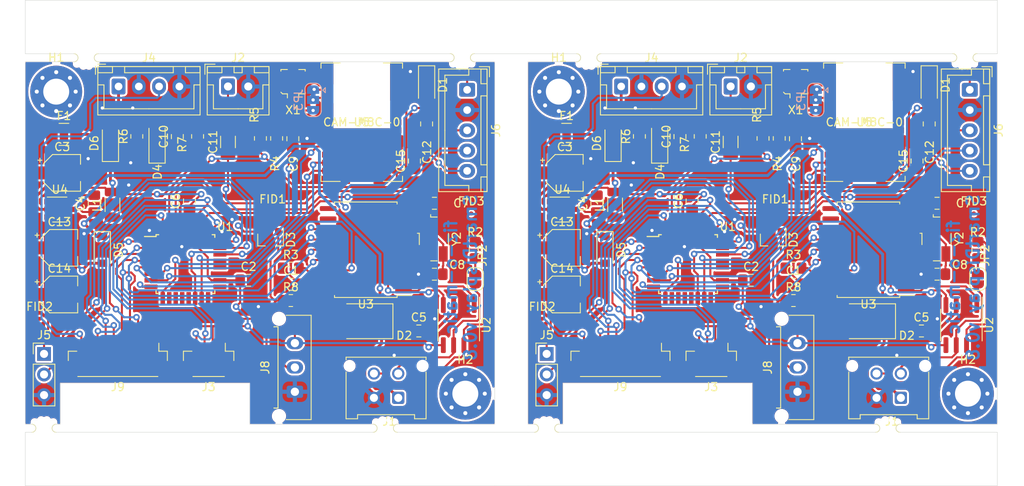
<source format=kicad_pcb>
(kicad_pcb (version 20221018) (generator pcbnew)
  (layers (0 "F.Cu" signal) (31 "B.Cu" signal) (34 "B.Paste" user) (35 "F.Paste" user) (36 "B.SilkS" user "B.Silkscreen") (37 "F.SilkS" user "F.Silkscreen") (38 "B.Mask" user) (39 "F.Mask" user) (44 "Edge.Cuts" user))
  (net 0 "")
  (net 1 "GND")
  (net 2 "Net-(U4-EN)")
  (net 3 "Net-(U4-SW)")
  (net 4 "SCK")
  (net 5 "MOSI")
  (net 6 "MISO")
  (net 7 "+5V")
  (net 8 "RESET")
  (net 9 "TXD")
  (net 10 "RXD")
  (net 11 "SCL")
  (net 12 "SDA")
  (net 13 "A3")
  (net 14 "A2")
  (net 15 "A1")
  (net 16 "A0")
  (net 17 "Net-(U4-BST)")
  (net 18 "Net-(U3-OSC1)")
  (net 19 "Net-(U3-OSC2)")
  (net 20 "KEY")
  (net 21 "+12V")
  (net 22 "Net-(J6-Pin_5)")
  (net 23 "Net-(D5-K)")
  (net 26 "INSTR.BEL")
  (net 27 "Net-(J2-Pin_1)")
  (net 28 "D22")
  (net 29 "D23")
  (net 30 "Net-(JP2-Pad1)")
  (net 31 "CANH")
  (net 32 "CANL")
  (net 33 "D24")
  (net 34 "D25")
  (net 35 "1WIRE")
  (net 36 "INT_CAN")
  (net 37 "SS")
  (net 38 "UPDI")
  (net 39 "Net-(U5-RF_OUT)")
  (net 40 "+3V3")
  (net 41 "Net-(U5-RF_IN)")
  (net 42 "Net-(X1-SIGNAL)")
  (net 43 "GPS_RXD")
  (net 44 "GPS_TXD")
  (net 45 "GPS_RESET")
  (net 46 "Net-(U3-~{RESET})")
  (net 47 "AREF")
  (net 50 "Net-(U2-TXD)")
  (net 51 "Net-(U2-RXD)")
  (net 67 "A4")
  (footprint "Capacitor_SMD:C_0805_2012Metric_Pad1.18x1.45mm_HandSolder" (layer "F.Cu") (at 119.29 43.5725 90)
    (fp_text reference "C12")
    (fp_text value "100n")
  )
  (footprint "Resistor_SMD:R_0805_2012Metric_Pad1.20x1.40mm_HandSolder" (layer "F.Cu") (at 102.54 65.36)
    (fp_text reference "R8")
    (fp_text value "4,7k")
  )
  (footprint "MountingHole:MountingHole_3.2mm_M3_Pad_Via" (layer "F.Cu") (at 73.6 39.589)
    (fp_text reference "H1")
    (fp_text value "MountingHole_Pad")
  )
  (footprint "Resistor_SMD:R_0805_2012Metric_Pad1.20x1.40mm_HandSolder" (layer "F.Cu") (at 102.54 61.36)
    (fp_text reference "R3")
    (fp_text value "10k")
  )
  (footprint "Capacitor_SMD:C_0805_2012Metric_Pad1.18x1.45mm_HandSolder" (layer "F.Cu") (at 88.54 45.135 90)
    (fp_text reference "C10")
    (fp_text value "100n")
  )
  (footprint "Capacitor_SMD:C_0805_2012Metric_Pad1.18x1.45mm_HandSolder" (layer "F.Cu") (at 90.04 53.0725 90)
    (fp_text reference "C6")
    (fp_text value "100n")
  )
  (footprint "Resistor_SMD:R_0805_2012Metric_Pad1.20x1.40mm_HandSolder" (layer "F.Cu") (at 98.79 45.36 -90)
    (fp_text reference "R5")
    (fp_text value "1k")
  )
  (footprint "Resistor_SMD:R_0805_2012Metric_Pad1.20x1.40mm_HandSolder" (layer "F.Cu") (at 83.54 45.11 90)
    (fp_text reference "R6")
    (fp_text value "15k")
  )
  (footprint "Diode_SMD:D_MiniMELF" (layer "F.Cu") (at 86.04 45.86 90)
    (fp_text reference "D4")
    (fp_text value "BZV55-C12")
  )
  (footprint "Diode_SMD:D_SMB" (layer "F.Cu") (at 111.582 67.91 180)
    (fp_text reference "D2")
    (fp_text value "SMBJ5.0CA")
  )
  (footprint "Crystal:Crystal_SMD_EuroQuartz_MJ-4Pin_5.0x3.2mm" (layer "F.Cu") (at 120.19 57.76 -90)
    (fp_text reference "Y2")
    (fp_text value "16MHz")
  )
  (footprint "Capacitor_SMD:C_0805_2012Metric_Pad1.18x1.45mm_HandSolder" (layer "F.Cu") (at 120.2525 62.11 180)
    (fp_text reference "C8")
    (fp_text value "22p")
  )
  (footprint "Jumper:SolderJumper-2_P1.3mm_Open_RoundedPad1.0x1.5mm" (layer "F.Cu") (at 125.29 62.71 -90)
    (fp_text reference "JP2")
    (fp_text value "Jumper_NC_Small")
  )
  (footprint "Capacitor_SMD:C_0805_2012Metric_Pad1.18x1.45mm_HandSolder" (layer "F.Cu") (at 118.3275 69.11)
    (fp_text reference "C5")
    (fp_text value "100n")
  )
  (footprint "Package_SO:SOIC-8_3.9x4.9mm_P1.27mm" (layer "F.Cu") (at 123.257 68.385 -90)
    (fp_text reference "U2")
    (fp_text value "MCP2562-E-SN")
  )
  (footprint "MountingHole:MountingHole_3.2mm_M3_Pad_Via" (layer "F.Cu") (at 124.065056 76.846056)
    (fp_text reference "H2")
    (fp_text value "MountingHole_Pad")
  )
  (footprint "Resistor_SMD:R_0805_2012Metric_Pad1.20x1.40mm_HandSolder" (layer "F.Cu") (at 125.29 59.11 90)
    (fp_text reference "R2")
    (fp_text value "120")
  )
  (footprint "Capacitor_SMD:C_0805_2012Metric_Pad1.18x1.45mm_HandSolder" (layer "F.Cu") (at 102.5775 63.36)
    (fp_text reference "C1")
    (fp_text value "100n")
  )
  (footprint "Connector_JST:JST_XH_B2B-XH-A_1x02_P2.50mm_Vertical" (layer "F.Cu") (at 94.79 38.954)
    (fp_text reference "J2")
    (fp_text value "KEY")
  )
  (footprint "Package_QFP:TQFP-32_7x7mm_P0.8mm" (layer "F.Cu") (at 89.54 60.86)
    (fp_text reference "U1")
    (fp_text value "ATmega4808-A")
  )
  (footprint "Capacitor_SMD:C_0805_2012Metric_Pad1.18x1.45mm_HandSolder" (layer "F.Cu") (at 97.3275 62.86)
    (fp_text reference "C2")
    (fp_text value "100n")
  )
  (footprint "Package_SO:SOIC-18W_7.5x11.6mm_P1.27mm" (layer "F.Cu") (at 111.79 59.09 180)
    (fp_text reference "U3")
    (fp_text value "MCP2515-xSO")
  )
  (footprint "Resistor_SMD:R_0805_2012Metric_Pad1.20x1.40mm_HandSolder" (layer "F.Cu") (at 91.04 45.11 90)
    (fp_text reference "R7")
    (fp_text value "4,7k")
  )
  (footprint "Fuse:Fuse_1210_3225Metric_Pad1.42x2.65mm_HandSolder" (layer "F.Cu") (at 74.5525 44.86)
    (fp_text reference "F1")
    (fp_text value "Polyfuse")
  )
  (footprint "Resistor_SMD:R_0805_2012Metric_Pad1.20x1.40mm_HandSolder" (layer "F.Cu") (at 100.79 45.36 -90)
    (fp_text reference "R4")
    (fp_text value "10k")
  )
  (footprint "Fiducial:Fiducial_0.5mm_Mask1mm" (layer "F.Cu") (at 71.54 67.61)
    (fp_text reference "FID2")
    (fp_text value "Fiducial")
  )
  (footprint "Fiducial:Fiducial_0.5mm_Mask1mm" (layer "F.Cu") (at 124.79 54.61)
    (fp_text reference "FID3")
    (fp_text value "Fiducial")
  )
  (footprint "Capacitor_SMD:CP_Elec_4x3.9" (layer "F.Cu") (at 74.34 49.61)
    (fp_text reference "C3")
    (fp_text value "22u")
  )
  (footprint "Capacitor_SMD:C_0805_2012Metric_Pad1.18x1.45mm_HandSolder" (layer "F.Cu") (at 78.29 53.3975 90)
    (fp_text reference "C4")
    (fp_text value "100n")
  )
  (footprint "Capacitor_SMD:CP_Elec_4x3.9" (layer "F.Cu") (at 73.99 58.86)
    (fp_text reference "C13")
    (fp_text value "22u")
  )
  (footprint "Capacitor_SMD:CP_Elec_4x3.9" (layer "F.Cu") (at 73.99 64.61)
    (fp_text reference "C14")
    (fp_text value "22u")
  )
  (footprint "Connector_JST:JST_XH_B5B-XH-A_1x05_P2.50mm_Vertical" (layer "F.Cu") (at 124.29 39.36 -90)
    (fp_text reference "J6")
    (fp_text value "PROG/SERIAL")
  )
  (footprint "Inductor_SMD:L_1206_3216Metric" (layer "F.Cu") (at 80.54 53.5475 90)
    (fp_text reference "L1")
    (fp_text value "4.7uH")
  )
  (footprint "Connector_Molex:Molex_Micro-Fit_3.0_43045-0412_2x02_P3.00mm_Vertical" (layer "F.Cu") (at 115.79 77.36 180)
    (fp_text reference "J1")
    (fp_text value "CAN")
  )
  (footprint "Connector_Molex:Molex_Micro-Fit_3.0_43650-0315_1x03_P3.00mm_Vertical" (layer "F.Cu") (at 103.04 76.61 90)
    (fp_text reference "J8")
    (fp_text value "Conn_01x03")
  )
  (footprint "Capacitor_SMD:C_0805_2012Metric_Pad1.18x1.45mm_HandSolder" (layer "F.Cu") (at 120.2525 53.36)
    (fp_text reference "C7")
    (fp_text value "22p")
  )
  (footprint "Connector_JST:JST_XH_B4B-XH-A_1x04_P2.50mm_Vertical" (layer "F.Cu") (at 81.29 38.954)
    (fp_text reference "J4")
    (fp_text value "PWR")
  )
  (footprint "Capacitor_SMD:C_1206_3216Metric_Pad1.33x1.80mm_HandSolder" (layer "F.Cu") (at 94.79 45.7975 90)
    (fp_text reference "C11")
    (fp_text value "1u")
  )
  (footprint "ublox_CAM_M8C:CAM-M8C-0" (layer "F.Cu") (at 111.29 43.36)
    (fp_text reference "U5")
    (fp_text value "CAM-M8C-0")
  )
  (footprint "Capacitor_SMD:C_0805_2012Metric_Pad1.18x1.45mm_HandSolder" (layer "F.Cu") (at 102.79 45.3975 90)
    (fp_text reference "C9")
    (fp_text value "100n")
  )
  (footprint "Package_TO_SOT_SMD:TSOT-23-6" (layer "F.Cu") (at 74.04 54.11)
    (fp_text reference "U4")
    (fp_text value "AP63203WU")
  )
  (footprint "Capacitor_SMD:C_0805_2012Metric_Pad1.18x1.45mm_HandSolder" (layer "F.Cu") (at 117.79 48.1475 90)
    (fp_text reference "C15")
    (fp_text value "100n")
  )
  (footprint "Connector_Coaxial:U.FL_Molex_MCRF_73412-0110_Vertical" (layer "F.Cu") (at 102.815 38.36)
    (fp_text reference "X1")
    (fp_text value "ANTENNA_U.FL")
  )
  (footprint "Fiducial:Fiducial_0.5mm_Mask1mm" (layer "F.Cu") (at 100.29 51.36 180)
    (fp_text reference "FID1")
    (fp_text value "Fiducial")
  )
  (footprint "Package_TO_SOT_SMD:SOT-23" (layer "F.Cu") (at 100.04 57.86 -90)
    (fp_text reference "D3")
    (fp_text value "SP0502BAHT")
  )
  (footprint "Diode_SMD:D_SOD-123" (layer "F.Cu") (at 79.29 59.11 -90)
    (fp_text reference "D5")
    (fp_text value "1N4148W")
  )
  (footprint "Diode_SMD:D_SOD-123" (layer "F.Cu") (at 80.29 45.96 90)
    (fp_text reference "D6")
    (fp_text value "1N4148W")
  )
  (footprint "Capacitor_SMD:C_0805_2012Metric_Pad1.18x1.45mm_HandSolder" (layer "F.Cu") (at 180.3275 69.11)
    (fp_text reference "C5")
    (fp_text value "100n")
  )
  (footprint "fiz-o-matic:mouse-bite-1mm-slot" (layer "F.Cu") (at 185.69 35.4)
    (fp_text reference "mouse-bite-1mm-slot" hide)
    (fp_text value "VAL**" hide)
  )
  (footprint "Connector_JST:JST_SH_BM10B-SRSS-TB_1x10-1MP_P1.00mm_Vertical" (layer "F.Cu") (at 81.2 72.72 180)
    (fp_text reference "J9")
    (fp_text value "Conn_01x10_MountingPin")
  )
  (footprint "fiz-o-matic:mouse-bite-1mm-slot" (layer "F.Cu") (at 134.09 81.11 180)
    (fp_text reference "mouse-bite-1mm-slot" hide)
    (fp_text value "VAL**" hide)
  )
  (footprint "Diode_SMD:D_SOD-123" (layer "F.Cu") (at 181.29 38.76 -90)
    (fp_text reference "D1")
    (fp_text value "1N4148W")
  )
  (footprint "fiz-o-matic:mouse-bite-1mm-slot" (layer "F.Cu") (at 72.09 81.11 180)
    (fp_text reference "mouse-bite-1mm-slot" hide)
    (fp_text value "VAL**" hide)
  )
  (footprint "Capacitor_SMD:CP_Elec_4x3.9" (layer "F.Cu") (at 136.34 49.61)
    (fp_text reference "C3")
    (fp_text value "22u")
  )
  (footprint "Resistor_SMD:R_0805_2012Metric_Pad1.20x1.40mm_HandSolder" (layer "F.Cu") (at 145.54 45.11 90)
    (fp_text reference "R6")
    (fp_text value "15k")
  )
  (footprint "Connector_JST:JST_XH_B2B-XH-A_1x02_P2.50mm_Vertical" (layer "F.Cu") (at 156.79 38.954)
    (fp_text reference "J2")
    (fp_text value "KEY")
  )
  (footprint "Connector_JST:JST_XH_B4B-XH-A_1x04_P2.50mm_Vertical" (layer "F.Cu") (at 143.29 38.954)
    (fp_text reference "J4")
    (fp_text value "PWR")
  )
  (footprint "Capacitor_SMD:C_1206_3216Metric_Pad1.33x1.80mm_HandSolder" (layer "F.Cu") (at 156.79 45.7975 90)
    (fp_text reference "C11")
    (fp_text value "1u")
  )
  (footprint "Connector_JST:JST_SH_BM04B-SRSS-TB_1x04-1MP_P1.00mm_Vertical" (layer "F.Cu") (at 92.4 72.72 180)
    (fp_text reference "J3")
    (fp_text value "Conn_01x04_MountingPin")
  )
  (footprint "Fiducial:Fiducial_0.5mm_Mask1mm" (layer "F.Cu") (at 162.29 51.36 180)
    (fp_text reference "FID1")
    (fp_text value "Fiducial")
  )
  (footprint "MountingHole:MountingHole_3.2mm_M3_Pad_Via" (layer "F.Cu") (at 186.065056 76.846056)
    (fp_text reference "H2")
    (fp_text value "MountingHole_Pad")
  )
  (footprint "Crystal:Crystal_SMD_EuroQuartz_MJ-4Pin_5.0x3.2mm" (layer "F.Cu") (at 182.19 57.76 -90)
    (fp_text reference "Y2")
    (fp_text value "16MHz")
  )
  (footprint "Diode_SMD:D_SOD-123" (layer "F.Cu") (at 142.29 45.96 90)
    (fp_text reference "D6")
    (fp_text value "1N4148W")
  )
  (footprint "Diode_SMD:D_SOD-123" (layer "F.Cu") (at 119.29 38.76 -90)
    (fp_text reference "D1")
    (fp_text value "1N4148W")
  )
  (footprint "Fiducial:Fiducial_0.5mm_Mask1mm" (layer "F.Cu") (at 186.79 54.61)
    (fp_text reference "FID3")
    (fp_text value "Fiducial")
  )
  (footprint "Capacitor_SMD:C_0805_2012Metric_Pad1.18x1.45mm_HandSolder" (layer "F.Cu") (at 181.29 43.5725 90)
    (fp_text reference "C12")
    (fp_text value "100n")
  )
  (footprint "Connector_JST:JST_SH_BM04B-SRSS-TB_1x04-1MP_P1.00mm_Vertical" (layer "F.Cu") (at 154.4 72.72 180)
    (fp_text reference "J3")
    (fp_text value "Conn_01x04_MountingPin")
  )
  (footprint "Connector_JST:JST_SH_BM10B-SRSS-TB_1x10-1MP_P1.00mm_Vertical" (layer "F.Cu") (at 143.2 72.72 180)
    (fp_text reference "J9")
    (fp_text value "Conn_01x10_MountingPin")
  )
  (footprint "Package_TO_SOT_SMD:SOT-23" (layer "F.Cu") (at 162.04 57.86 -90)
    (fp_text reference "D3")
    (fp_text value "SP0502BAHT")
  )
  (footprint "Resistor_SMD:R_0805_2012Metric_Pad1.20x1.40mm_HandSolder" (layer "F.Cu") (at 162.79 45.36 -90)
    (fp_text reference "R4")
    (fp_text value "10k")
  )
  (footprint "Diode_SMD:D_MiniMELF" (layer "F.Cu") (at 148.04 45.86 90)
    (fp_text reference "D4")
    (fp_text value "BZV55-C12")
  )
  (footprint "fiz-o-matic:mouse-bite-1mm-slot" (layer "F.Cu") (at 176.19 81.11 180)
    (fp_text reference "mouse-bite-1mm-slot" hide)
    (fp_text value "VAL**" hide)
  )
  (footprint "Connector_Molex:Molex_Micro-Fit_3.0_43045-0412_2x02_P3.00mm_Vertical" (layer "F.Cu") (at 177.79 77.36 180)
    (fp_text reference "J1")
    (fp_text value "CAN")
  )
  (footprint "Inductor_SMD:L_1206_3216Metric" (layer "F.Cu") (at 142.54 53.5475 90)
    (fp_text reference "L1")
    (fp_text value "4.7uH")
  )
  (footprint "Capacitor_SMD:CP_Elec_4x3.9" (layer "F.Cu") (at 135.99 58.86)
    (fp_text reference "C13")
    (fp_text value "22u")
  )
  (footprint "fiz-o-matic:mouse-bite-1mm-slot" (layer "F.Cu") (at 139.29 35.41)
    (fp_text reference "mouse-bite-1mm-slot" hide)
    (fp_text value "VAL**" hide)
  )
  (footprint "Fuse:Fuse_1210_3225Metric_Pad1.42x2.65mm_HandSolder" (layer "F.Cu") (at 136.5525 44.86)
    (fp_text reference "F1")
    (fp_text value "Polyfuse")
  )
  (footprint "Capacitor_SMD:C_0805_2012Metric_Pad1.18x1.45mm_HandSolder" (layer "F.Cu") (at 182.2525 62.11 180)
    (fp_text reference "C8")
    (fp_text value "22p")
  )
  (footprint "Capacitor_SMD:CP_Elec_4x3.9" (layer "F.Cu") (at 135.99 64.61)
    (fp_text reference "C14")
    (fp_text value "22u")
  )
  (footprint "Resistor_SMD:R_0805_2012Metric_Pad1.20x1.40mm_HandSolder" (layer "F.Cu") (at 187.29 59.11 90)
    (fp_text reference "R2")
    (fp_text value "120")
  )
  (footprint "fiz-o-matic:mouse-bite-1mm-slot" (layer "F.Cu") (at 77.29 35.41)
    (fp_text reference "mouse-bite-1mm-slot" hide)
    (fp_text value "VAL**" hide)
  )
  (footprint "Capacitor_SMD:C_0805_2012Metric_Pad1.18x1.45mm_HandSolder" (layer "F.Cu") (at 164.5775 63.36)
    (fp_text reference "C1")
    (fp_text value "100n")
  )
  (footprint "Capacitor_SMD:C_0805_2012Metric_Pad1.18x1.45mm_HandSolder" (layer "F.Cu") (at 164.79 45.3975 90)
    (fp_text reference "C9")
    (fp_text value "100n")
  )
  (footprint "Resistor_SMD:R_0805_2012Metric_Pad1.20x1.40mm_HandSolder" (layer "F.Cu") (at 160.79 45.36 -90)
    (fp_text reference "R5")
    (fp_text value "1k")
  )
  (footprint "Capacitor_SMD:C_0805_2012Metric_Pad1.18x1.45mm_HandSolder" (layer "F.Cu") (at 140.29 53.3975 90)
    (fp_text reference "C4")
    (fp_text value "100n")
  )
  (footprint "Capacitor_SMD:C_0805_2012Metric_Pad1.18x1.45mm_HandSolder" (layer "F.Cu") (at 150.54 45.135 90)
    (fp_text reference "C10")
    (fp_text value "100n")
  )
  (footprint "Package_SO:SOIC-18W_7.5x11.6mm_P1.27mm" (layer "F.Cu") (at 173.79 59.09 180)
    (fp_text reference "U3")
    (fp_text value "MCP2515-xSO")
  )
  (footprint "Fiducial:Fiducial_0.5mm_Mask1mm" (layer "F.Cu") (at 133.54 67.61)
    (fp_text reference "FID2")
    (fp_text value "Fiducial")
  )
  (footprint "fiz-o-matic:mouse-bite-1mm-slot" (layer "F.Cu") (at 123.69 35.4)
    (fp_text reference "mouse-bite-1mm-slot" hide)
    (fp_text value "VAL**" hide)
  )
  (footprint "Connector_PinHeader_2.54mm:PinHeader_1x03_P2.54mm_Vertical" (layer "F.Cu") (at 134.1 71.94)
    (fp_text reference "J5")
    (fp_text value "Conn_01x03")
  )
  (footprint "Resistor_SMD:R_0805_2012Metric_Pad1.20x1.40mm_HandSolder" (layer "F.Cu") (at 153.04 45.11 90)
    (fp_text reference "R7")
    (fp_text value "4,7k")
  )
  (footprint "Connector_PinHeader_2.54mm:PinHeader_1x03_P2.54mm_Vertical" (layer "F.Cu") (at 72.1 71.94)
    (fp_text reference "J5")
    (fp_text value "Conn_01x03")
  )
  (footprint "Capacitor_SMD:C_0805_2012Metric_Pad1.18x1.45mm_HandSolder" (layer "F.Cu") (at 182.2525 53.36)
    (fp_text reference "C7")
    (fp_text value "22p")
  )
  (footprint "Capacitor_SMD:C_0805_2012Metric_Pad1.18x1.45mm_HandSolder" (layer "F.Cu") (at 159.3275 62.86)
    (fp_text reference "C2")
    (fp_text value "100n")
  )
  (footprint "Resistor_SMD:R_0805_2012Metric_Pad1.20x1.40mm_HandSolder" (layer "F.Cu") (at 164.54 65.36)
    (fp_text reference "R8")
    (fp_text value "4,7k")
  )
  (footprint "Connector_JST:JST_XH_B5B-XH-A_1x05_P2.50mm_Vertical" (layer "F.Cu") (at 186.29 39.36 -90)
    (fp_text reference "J6")
    (fp_text value "PROG/SERIAL")
  )
  (footprint "Capacitor_SMD:C_0805_2012Metric_Pad1.18x1.45mm_HandSolder" (layer "F.Cu") (at 152.04 53.0725 90)
    (fp_text reference "C6")
    (fp_text value "100n")
  )
  (footprint "Connector_Molex:Molex_Micro-Fit_3.0_43650-0315_1x03_P3.00mm_Vertical" (layer "F.Cu") (at 165.04 76.61 90)
    (fp_text reference "J8")
    (fp_text value "Conn_01x03")
  )
  (footprint "Jumper:SolderJumper-2_P1.3mm_Open_RoundedPad1.0x1.5mm" (layer "F.Cu") (at 187.29 62.71 -90)
    (fp_text reference "JP2")
    (fp_text value "Jumper_NC_Small")
  )
  (footprint "Capacitor_SMD:C_0805_2012Metric_Pad1.18x1.45mm_HandSolder" (layer "F.Cu") (at 179.79 48.1475 90)
    (fp_text reference "C15")
    (fp_text value "100n")
  )
  (footprint "Diode_SMD:D_SMB" (layer "F.Cu") (at 173.582 67.91 180)
    (fp_text reference "D2")
    (fp_text value "SMBJ5.0CA")
  )
  (footprint "fiz-o-matic:mouse-bite-1mm-slot" (layer "F.Cu") (at 114.19 81.11 180)
    (fp_text reference "mouse-bite-1mm-slot" hide)
    (fp_text value "VAL**" hide)
  )
  (footprint "Connector_Coaxial:U.FL_Molex_MCRF_73412-0110_Vertical" (layer "F.Cu") (at 164.815 38.36)
    (fp_text reference "X1")
    (fp_text value "ANTENNA_U.FL")
  )
  (footprint "Package_SO:SOIC-8_3.9x4.9mm_P1.27mm" (layer "F.Cu") (at 185.257 68.385 -90)
    (fp_text reference "U2")
    (fp_text value "MCP2562-E-SN")
  )
  (footprint "Package_QFP:TQFP-32_7x7mm_P0.8mm" (layer "F.Cu") (at 151.54 60.86)
    (fp_text reference "U1")
    (fp_text value "ATmega4808-A")
  )
  (footprint "Package_TO_SOT_SMD:TSOT-23-6" (layer "F.Cu") (at 136.04 54.11)
    (fp_text reference "U4")
    (fp_text value "AP63203WU")
  )
  (footprint "ublox_CAM_M8C:CAM-M8C-0" (layer "F.Cu") (at 173.29 43.36)
    (fp_text reference "U5")
    (fp_text value "CAM-M8C-0")
  )
  (footprint "Diode_SMD:D_SOD-123" (layer "F.Cu") (at 141.29 59.11 -90)
    (fp_text reference "D5")
    (fp_text value "1N4148W")
  )
  (footprint "Resistor_SMD:R_0805_2012Metric_Pad1.20x1.40mm_HandSolder" (layer "F.Cu") (at 164.54 61.36)
    (fp_text reference "R3")
    (fp_text value "10k")
  )
  (footprint "MountingHole:MountingHole_3.2mm_M3_Pad_Via" (layer "F.Cu") (at 135.6 39.589)
    (fp_text reference "H1")
    (fp_text value "MountingHole_Pad")
  )
  (footprint "Jumper:SolderJumper-3_P1.3mm_Bridged12_RoundedPad1.0x1.5mm" (layer "B.Cu") (at 105.29 40.61 -90)
    (fp_text reference "JP3")
    (fp_text value "Jumper_NC_Dual")
  )
  (footprint "Jumper:SolderJumper-3_P1.3mm_Bridged12_RoundedPad1.0x1.5mm" (layer "B.Cu") (at 167.29 40.61 -90)
    (fp_text reference "JP3")
    (fp_text value "Jumper_NC_Dual")
  )
  (gr_line (start 97.476 80.61) (end 112.69 80.61) (stroke (width 0.05)) (layer "Edge.Cuts"))
  (gr_line (start 74.108 75.53) (end 97.476 75.53) (stroke (width 0.05)) (layer "Edge.Cuts"))
  (gr_line (start 127.69 80.61) (end 127.69 35.91) (stroke (width 0.05)) (layer "Edge.Cuts"))
  (gr_line (start 74.108 75.53) (end 74.108 80.61) (stroke (width 0.05)) (layer "Edge.Cuts"))
  (gr_line (start 69.79 80.61) (end 69.79 35.91) (stroke (width 0.05)) (layer "Edge.Cuts"))
  (gr_line (start 97.476 75.53) (end 97.476 80.61) (stroke (width 0.05)) (layer "Edge.Cuts"))
  (gr_arc (start 122.19 34.91) (mid 122.69 35.41) (end 122.19 35.91) (stroke (width 0.05)) (layer "Edge.Cuts"))
  (gr_line (start 73.59 80.61) (end 74.108 80.61) (stroke (width 0.05)) (layer "Edge.Cuts"))
  (gr_line (start 159.476 75.53) (end 159.476 80.61) (stroke (width 0.05)) (layer "Edge.Cuts"))
  (gr_line (start 140.79 35.91) (end 184.19 35.91) (stroke (width 0.05)) (layer "Edge.Cuts"))
  (gr_line (start 135.59 81.61) (end 174.69 81.61) (stroke (width 0.05)) (layer "Edge.Cuts"))
  (gr_line (start 135.59 80.61) (end 136.108 80.61) (stroke (width 0.05)) (layer "Edge.Cuts"))
  (gr_line (start 115.69 81.61) (end 127.69 81.61) (stroke (width 0.05)) (layer "Edge.Cuts"))
  (gr_arc (start 187.19 35.91) (mid 186.69 35.41) (end 187.19 34.91) (stroke (width 0.05)) (layer "Edge.Cuts"))
  (gr_line (start 132.59 81.61) (end 131.79 81.61) (stroke (width 0.05)) (layer "Edge.Cuts"))
  (gr_arc (start 135.59 81.61) (mid 135.09 81.11) (end 135.59 80.61) (stroke (width 0.05)) (layer "Edge.Cuts"))
  (gr_line (start 131.79 80.61) (end 131.79 35.91) (stroke (width 0.05)) (layer "Edge.Cuts"))
  (gr_line (start 75.79 34.91) (end 69.79 34.91) (stroke (width 0.05)) (layer "Edge.Cuts"))
  (gr_line (start 159.476 80.61) (end 174.69 80.61) (stroke (width 0.05)) (layer "Edge.Cuts"))
  (gr_arc (start 125.19 35.91) (mid 124.69 35.41) (end 125.19 34.91) (stroke (width 0.05)) (layer "Edge.Cuts"))
  (gr_line (start 125.19 34.91) (end 127.69 34.91) (stroke (width 0.05)) (layer "Edge.Cuts"))
  (gr_line (start 137.79 34.91) (end 131.79 34.91) (stroke (width 0.05)) (layer "Edge.Cuts"))
  (gr_line (start 127.69 88.21) (end 131.79 88.21) (stroke (width 0.05)) (layer "Edge.Cuts"))
  (gr_line (start 177.69 80.61) (end 189.69 80.61) (stroke (width 0.05)) (layer "Edge.Cuts"))
  (gr_line (start 131.79 35.91) (end 137.79 35.91) (stroke (width 0.05)) (layer "Edge.Cuts"))
  (gr_line (start 131.79 28.31) (end 189.69 28.31) (stroke (width 0.05)) (layer "Edge.Cuts"))
  (gr_line (start 78.79 35.91) (end 122.19 35.91) (stroke (width 0.05)) (layer "Edge.Cuts"))
  (gr_line (start 127.69 88.21) (end 69.79 88.21) (stroke (width 0.05)) (layer "Edge.Cuts"))
  (gr_arc (start 177.69 81.61) (mid 177.19 81.11) (end 177.69 80.61) (stroke (width 0.05)) (layer "Edge.Cuts"))
  (gr_line (start 69.79 81.61) (end 69.79 88.21) (stroke (width 0.05)) (layer "Edge.Cuts"))
  (gr_line (start 125.19 35.91) (end 127.69 35.91) (stroke (width 0.05)) (layer "Edge.Cuts"))
  (gr_arc (start 184.19 34.91) (mid 184.69 35.41) (end 184.19 35.91) (stroke (width 0.05)) (layer "Edge.Cuts"))
  (gr_line (start 136.108 75.53) (end 136.108 80.61) (stroke (width 0.05)) (layer "Edge.Cuts"))
  (gr_line (start 69.79 35.91) (end 75.79 35.91) (stroke (width 0.05)) (layer "Edge.Cuts"))
  (gr_arc (start 115.69 81.61) (mid 115.19 81.11) (end 115.69 80.61) (stroke (width 0.05)) (layer "Edge.Cuts"))
  (gr_arc (start 78.79 35.91) (mid 78.29 35.41) (end 78.79 34.91) (stroke (width 0.05)) (layer "Edge.Cuts"))
  (gr_line (start 127.69 28.31) (end 131.79 28.31) (stroke (width 0.05)) (layer "Edge.Cuts"))
  (gr_line (start 69.79 28.31) (end 127.69 28.31) (stroke (width 0.05)) (layer "Edge.Cuts"))
  (gr_line (start 131.79 80.61) (end 132.59 80.61) (stroke (width 0.05)) (layer "Edge.Cuts"))
  (gr_line (start 127.69 34.91) (end 131.79 34.91) (stroke (width 0.05)) (layer "Edge.Cuts"))
  (gr_line (start 189.69 80.61) (end 189.69 35.91) (stroke (width 0.05)) (layer "Edge.Cuts"))
  (gr_line (start 69.79 80.61) (end 70.59 80.61) (stroke (width 0.05)) (layer "Edge.Cuts"))
  (gr_arc (start 140.79 35.91) (mid 140.29 35.41) (end 140.79 34.91) (stroke (width 0.05)) (layer "Edge.Cuts"))
  (gr_line (start 73.59 81.61) (end 112.69 81.61) (stroke (width 0.05)) (layer "Edge.Cuts"))
  (gr_line (start 187.19 34.91) (end 189.69 34.91) (stroke (width 0.05)) (layer "Edge.Cuts"))
  (gr_line (start 189.69 81.61) (end 189.69 88.21) (stroke (width 0.05)) (layer "Edge.Cuts"))
  (gr_arc (start 174.69 80.61) (mid 175.19 81.11) (end 174.69 81.61) (stroke (width 0.05)) (layer "Edge.Cuts"))
  (gr_arc (start 70.59 80.61) (mid 71.09 81.11) (end 70.59 81.61) (stroke (width 0.05)) (layer "Edge.Cuts"))
  (gr_line (start 189.69 34.91) (end 189.69 28.31) (stroke (width 0.05)) (layer "Edge.Cuts"))
  (gr_arc (start 112.69 80.61) (mid 113.19 81.11) (end 112.69 81.61) (stroke (width 0.05)) (layer "Edge.Cuts"))
  (gr_arc (start 73.59 81.61) (mid 73.09 81.11) (end 73.59 80.61) (stroke (width 0.05)) (layer "Edge.Cuts"))
  (gr_line (start 189.69 88.21) (end 131.79 88.21) (stroke (width 0.05)) (layer "Edge.Cuts"))
  (gr_line (start 127.69 81.61) (end 131.79 81.61) (stroke (width 0.05)) (layer "Edge.Cuts"))
  (gr_arc (start 132.59 80.61) (mid 133.09 81.11) (end 132.59 81.61) (stroke (width 0.05)) (layer "Edge.Cuts"))
  (gr_arc (start 75.79 34.91) (mid 76.29 35.41) (end 75.79 35.91) (stroke (width 0.05)) (layer "Edge.Cuts"))
  (gr_line (start 70.59 81.61) (end 69.79 81.61) (stroke (width 0.05)) (layer "Edge.Cuts"))
  (gr_line (start 122.19 34.91) (end 78.79 34.91) (stroke (width 0.05)) (layer "Edge.Cuts"))
  (gr_line (start 184.19 34.91) (end 140.79 34.91) (stroke (width 0.05)) (layer "Edge.Cuts"))
  (gr_line (start 187.19 35.91) (end 189.69 35.91) (stroke (width 0.05)) (layer "Edge.Cuts"))
  (gr_line (start 177.69 81.61) (end 189.69 81.61) (stroke (width 0.05)) (layer "Edge.Cuts"))
  (gr_arc (start 137.79 34.91) (mid 138.29 35.41) (end 137.79 35.91) (stroke (width 0.05)) (layer "Edge.Cuts"))
  (gr_line (start 69.79 34.91) (end 69.79 28.31) (stroke (width 0.05)) (layer "Edge.Cuts"))
  (gr_line (start 115.69 80.61) (end 127.69 80.61) (stroke (width 0.05)) (layer "Edge.Cuts"))
  (gr_line (start 136.108 75.53) (end 159.476 75.53) (stroke (width 0.05)) (layer "Edge.Cuts"))
  (gr_text "fiz-o-matic\nSmartDisplay v0.8" (at 123.49 62.51 90) (layer "B.Cu") (effects (font (size 1.5 1.5) (thickness 0.3)) (justify mirror)))
  (gr_text "fiz-o-matic\nSmartDisplay v0.8" (at 185.49 62.51 90) (layer "B.Cu") (effects (font (size 1.5 1.5) (thickness 0.3)) (justify mirror)))
  (via (at 77.04 57.11) (size 0.8) (drill 0.4) (layers "F.Cu" "B.Cu") (net 1))
  (via (at 180.29 62.11) (size 0.8) (drill 0.4) (layers "F.Cu" "B.Cu") (net 1))
  (via (at 147.09 56.71) (size 0.8) (drill 0.4) (layers "F.Cu" "B.Cu") (net 1))
  (via (at 85.09 56.71) (size 0.8) (drill 0.4) (layers "F.Cu" "B.Cu") (net 1))
  (via (at 95.29 55.36) (size 0.8) (drill 0.4) (layers "F.Cu" "B.Cu") (net 1))
  (via (at 145.04 41.61) (size 0.8) (drill 0.4) (layers "F.Cu" "B.Cu") (net 1))
  (via (at 83.04 41.61) (size 0.8) (drill 0.4) (layers "F.Cu" "B.Cu") (net 1))
  (via (at 144.54 51.11) (size 0.8) (drill 0.4) (layers "F.Cu" "B.Cu") (net 1))
  (via (at 166.54 45.36) (size 0.8) (drill 0.4) (layers "F.Cu" "B.Cu") (net 1))
  (via (at 160.54 66.11) (size 0.8) (drill 0.4) (layers "F.Cu" "B.Cu") (net 1))
  (via (at 120.29 67.61) (size 0.8) (drill 0.4) (layers "F.Cu" "B.Cu") (net 1))
  (via (at 151.09 58.71) (size 0.8) (drill 0.4) (layers "F.Cu" "B.Cu") (net 1))
  (via (at 179.29 37.11) (size 0.8) (drill 0.4) (layers "F.Cu" "B.Cu") (net 1))
  (via (at 141.29 41.61) (size 0.8) (drill 0.4) (layers "F.Cu" "B.Cu") (net 1))
  (via (at 118.29 62.11) (size 0.8) (drill 0.4) (layers "F.Cu" "B.Cu") (net 1))
  (via (at 104.54 45.36) (size 0.8) (drill 0.4) (layers "F.Cu" "B.Cu") (net 1))
  (via (at 103.04 47.86) (size 0.8) (drill 0.4) (layers "F.Cu" "B.Cu") (net 1))
  (via (at 139.04 57.11) (size 0.8) (drill 0.4) (layers "F.Cu" "B.Cu") (net 1))
  (via (at 139.54 47.86) (size 0.8) (drill 0.4) (layers "F.Cu" "B.Cu") (net 1))
  (via (at 157.29 55.36) (size 0.8) (drill 0.4) (layers "F.Cu" "B.Cu") (net 1))
  (via (at 177.29 72.11) (size 0.8) (drill 0.4) (layers "F.Cu" "B.Cu") (net 1))
  (via (at 94.04 56.86) (size 0.8) (drill 0.4) (layers "F.Cu" "B.Cu") (net 1))
  (via (at 117.29 37.11) (size 0.8) (drill 0.4) (layers "F.Cu" "B.Cu") (net 1))
  (via (at 82.54 51.11) (size 0.8) (drill 0.4) (layers "F.Cu" "B.Cu") (net 1))
  (via (at 77.54 47.86) (size 0.8) (drill 0.4) (layers "F.Cu" "B.Cu") (net 1))
  (via (at 82.79 48.36) (size 0.8) (drill 0.4) (layers "F.Cu" "B.Cu") (net 1))
  (via (at 156.04 56.86) (size 0.8) (drill 0.4) (layers "F.Cu" "B.Cu") (net 1))
  (via (at 79.29 41.61) (size 0.8) (drill 0.4) (layers "F.Cu" "B.Cu") (net 1))
  (via (at 182.29 67.61) (size 0.8) (drill 0.4) (layers "F.Cu" "B.Cu") (net 1))
  (via (at 115.29 72.11) (size 0.8) (drill 0.4) (layers "F.Cu" "B.Cu") (net 1))
  (via (at 165.04 47.86) (size 0.8) (drill 0.4) (layers "F.Cu" "B.Cu") (net 1))
  (via (at 98.54 66.11) (size 0.8) (drill 0.4) (layers "F.Cu" "B.Cu") (net 1))
  (via (at 144.79 48.36) (size 0.8) (drill 0.4) (layers "F.Cu" "B.Cu") (net 1))
  (via (at 89.09 58.71) (size 0.8) (drill 0.4) (layers "F.Cu" "B.Cu") (net 1))
  (segment (start 151.134 39.766) (end 151.134 38.954) (width 0.25) (layer "B.Cu") (net 1))
  (segment (start 89.134 39.766) (end 89.134 38.954) (width 0.25) (layer "B.Cu") (net 1))
  (segment (start 72.54 51.11) (end 72.54 49.61) (width 0.35) (layer "F.Cu") (net 2))
  (segment (start 72.73 54.11) (end 72.73 55.06) (width 0.35) (layer "F.Cu") (net 2))
  (segment (start 134.73 54.11) (end 133.54 54.11) (width 0.35) (layer "F.Cu") (net 2))
  (segment (start 135.065 46.835) (end 134.54 47.36) (width 0.35) (layer "F.Cu") (net 2))
  (segment (start 135.065 44.86) (end 135.065 46.835) (width 0.35) (layer "F.Cu") (net 2))
  (segment (start 134.54 47.36) (end 134.54 49.61) (width 0.35) (layer "F.Cu") (net 2))
  (segment (start 133.04 53.61) (end 133.04 52.61) (width 0.35) (layer "F.Cu") (net 2))
  (segment (start 71.54 54.11) (end 71.04 53.61) (width 0.35) (layer "F.Cu") (net 2))
  (segment (start 71.04 52.61) (end 72.54 51.11) (width 0.35) (layer "F.Cu") (net 2))
  (segment (start 73.065 46.835) (end 72.54 47.36) (width 0.35) (layer "F.Cu") (net 2))
  (segment (start 73.065 44.86) (end 73.065 46.835) (width 0.35) (layer "F.Cu") (net 2))
  (segment (start 133.54 54.11) (end 133.04 53.61) (width 0.35) (layer "F.Cu") (net 2))
  (segment (start 71.04 53.61) (end 71.04 52.61) (width 0.35) (layer "F.Cu") (net 2))
  (segment (start 134.54 51.11) (end 134.54 49.61) (width 0.35) (layer "F.Cu") (net 2))
  (segment (start 133.04 52.61) (end 134.54 51.11) (width 0.35) (layer "F.Cu") (net 2))
  (segment (start 134.73 54.11) (end 134.73 55.06) (width 0.35) (layer "F.Cu") (net 2))
  (segment (start 72.73 54.11) (end 71.54 54.11) (width 0.35) (layer "F.Cu") (net 2))
  (segment (start 72.54 47.36) (end 72.54 49.61) (width 0.35) (layer "F.Cu") (net 2))
  (segment (start 76.54 54.11) (end 76.865 54.435) (width 0.25) (layer "F.Cu") (net 3))
  (segment (start 79.365 54.435) (end 79.54 54.61) (width 0.25) (layer "F.Cu") (net 3))
  (segment (start 78.29 54.435) (end 79.365 54.435) (width 0.25) (layer "F.Cu") (net 3))
  (segment (start 141.365 54.435) (end 141.54 54.61) (width 0.25) (layer "F.Cu") (net 3))
  (segment (start 138.54 54.11) (end 138.865 54.435) (width 0.25) (layer "F.Cu") (net 3))
  (segment (start 138.865 54.435) (end 140.29 54.435) (width 0.25) (layer "F.Cu") (net 3))
  (segment (start 141.54 54.61) (end 142.54 54.61) (width 0.25) (layer "F.Cu") (net 3))
  (segment (start 75.35 54.11) (end 76.54 54.11) (width 0.25) (layer "F.Cu") (net 3))
  (segment (start 140.29 54.435) (end 141.365 54.435) (width 0.25) (layer "F.Cu") (net 3))
  (segment (start 79.54 54.61) (end 80.54 54.61) (width 0.25) (layer "F.Cu") (net 3))
  (segment (start 137.35 54.11) (end 138.54 54.11) (width 0.25) (layer "F.Cu") (net 3))
  (segment (start 76.865 54.435) (end 78.29 54.435) (width 0.25) (layer "F.Cu") (net 3))
  (segment (start 82.06 60.36) (end 83.29 60.36) (width 0.25) (layer "F.Cu") (net 4))
  (segment (start 143 62.095305) (end 143 61.42) (width 0.25) (layer "F.Cu") (net 4))
  (segment (start 143.7 71.395) (end 143.7 62.795305) (width 0.25) (layer "F.Cu") (net 4))
  (segment (start 167.25 57.82) (end 167.04 57.61) (width 0.25) (layer "F.Cu") (net 4))
  (segment (start 81.7 71.395) (end 81.7 62.795305) (width 0.25) (layer "F.Cu") (net 4))
  (segment (start 147.29 60.46) (end 145.39 60.46) (width 0.25) (layer "F.Cu") (net 4))
  (segment (start 81 62.095305) (end 81 61.42) (width 0.25) (layer "F.Cu") (net 4))
  (segment (start 143 61.42) (end 144.06 60.36) (width 0.25) (layer "F.Cu") (net 4))
  (segment (start 83.39 60.46) (end 83.29 60.36) (width 0.25) (layer "F.Cu") (net 4))
  (segment (start 81 61.42) (end 82.06 60.36) (width 0.25) (layer "F.Cu") (net 4))
  (segment (start 169.14 57.82) (end 167.25 57.82) (width 0.25) (layer "F.Cu") (net 4))
  (segment (start 143.7 62.795305) (end 143 62.095305) (width 0.25) (layer "F.Cu") (net 4))
  (segment (start 145.39 60.46) (end 145.29 60.36) (width 0.25) (layer "F.Cu") (net 4))
  (segment (start 144.06 60.36) (end 145.29 60.36) (width 0.25) (layer "F.Cu") (net 4))
  (segment (start 81.7 62.795305) (end 81 62.095305) (width 0.25) (layer "F.Cu") (net 4))
  (segment (start 107.14 57.82) (end 105.25 57.82) (width 0.25) (layer "F.Cu") (net 4))
  (segment (start 85.29 60.46) (end 83.39 60.46) (width 0.25) (layer "F.Cu") (net 4))
  (segment (start 105.25 57.82) (end 105.04 57.61) (width 0.25) (layer "F.Cu") (net 4))
  (via (at 145.29 60.36) (size 0.8) (drill 0.4) (layers "F.Cu" "B.Cu") (net 4))
  (via (at 105.04 57.61) (size 0.8) (drill 0.4) (layers "F.Cu" "B.Cu") (net 4))
  (via (at 167.04 57.61) (size 0.8) (drill 0.4) (layers "F.Cu" "B.Cu") (net 4))
  (via (at 83.29 60.36) (size 0.8) (drill 0.4) (layers "F.Cu" "B.Cu") (net 4))
  (via (at 82.564999 62.634999) (size 0.8) (drill 0.4) (layers "F.Cu" "B.Cu") (net 4))
  (via (at 144.564999 62.634999) (size 0.8) (drill 0.4) (layers "F.Cu" "B.Cu") (net 4))
  (segment (start 145.638001 64.335001) (end 144.941999 64.335001) (width 0.25) (layer "B.Cu") (net 4))
  (segment (start 82.941999 64.335001) (end 82.564999 63.958001) (width 0.25) (layer "B.Cu") (net 4))
  (segment (start 82.564999 62.835001) (end 82.564999 62.634999) (width 0.25) (layer "B.Cu") (net 4))
  (segment (start 144.564999 63.958001) (end 144.564999 62.835001) (width 0.25) (layer "B.Cu") (net 4))
  (segment (start 160.54 64.11) (end 145.863002 64.11) (width 0.25) (layer "B.Cu") (net 4))
  (segment (start 83.863002 64.11) (end 83.638001 64.335001) (width 0.25) (layer "B.Cu") (net 4))
  (segment (start 105.04 57.61) (end 98.54 64.11) (width 0.25) (layer "B.Cu") (net 4))
  (segment (start 167.04 57.61) (end 160.54 64.11) (width 0.25) (layer "B.Cu") (net 4))
  (segment (start 144.564999 61.085001) (end 145.29 60.36) (width 0.25) (layer "B.Cu") (net 4))
  (segment (start 82.564999 63.958001) (end 82.564999 62.835001) (width 0.25) (layer "B.Cu") (net 4))
  (segment (start 144.941999 64.335001) (end 144.564999 63.958001) (width 0.25) (layer "B.Cu") (net 4))
  (segment (start 145.863002 64.11) (end 145.638001 64.335001) (width 0.25) (layer "B.Cu") (net 4))
  (segment (start 82.564999 62.634999) (end 82.564999 61.085001) (width 0.25) (layer "B.Cu") (net 4))
  (segment (start 144.564999 62.634999) (end 144.564999 61.085001) (width 0.25) (layer "B.Cu") (net 4))
  (segment (start 144.564999 62.835001) (end 144.564999 62.634999) (width 0.25) (layer "B.Cu") (net 4))
  (segment (start 83.638001 64.335001) (end 82.941999 64.335001) (width 0.25) (layer "B.Cu") (net 4))
  (segment (start 98.54 64.11) (end 83.863002 64.11) (width 0.25) (layer "B.Cu") (net 4))
  (segment (start 82.564999 61.085001) (end 83.29 60.36) (width 0.25) (layer "B.Cu") (net 4))
  (segment (start 145.54 58.86) (end 147.29 58.86) (width 0.25) (layer "F.Cu") (net 5))
  (segment (start 107.14 59.09) (end 105.31 59.09) (width 0.25) (layer "F.Cu") (net 5))
  (segment (start 144.7 63.525303) (end 145.289999 62.935304) (width 0.25) (layer "F.Cu") (net 5))
  (segment (start 105.31 59.09) (end 105.04 59.36) (width 0.25) (layer "F.Cu") (net 5))
  (segment (start 82.848769 61.893464) (end 81.823464 61.893464) (width 0.25) (layer "F.Cu") (net 5))
  (segment (start 82.7 71.395) (end 82.7 63.525303) (width 0.25) (layer "F.Cu") (net 5))
  (segment (start 167.31 59.09) (end 167.04 59.36) (width 0.25) (layer "F.Cu") (net 5))
  (segment (start 144.7 71.395) (end 144.7 63.525303) (width 0.25) (layer "F.Cu") (net 5))
  (segment (start 83.289999 62.935304) (end 83.289999 62.334694) (width 0.25) (layer "F.Cu") (net 5))
  (segment (start 83.289999 62.334694) (end 82.848769 61.893464) (width 0.25) (layer "F.Cu") (net 5))
  (segment (start 144.848769 61.893464) (end 143.823464 61.893464) (width 0.25) (layer "F.Cu") (net 5))
  (segment (start 83.54 58.86) (end 85.29 58.86) (width 0.25) (layer "F.Cu") (net 5))
  (segment (start 82.7 63.525303) (end 83.289999 62.935304) (width 0.25) (layer "F.Cu") (net 5))
  (segment (start 145.289999 62.334694) (end 144.848769 61.893464) (width 0.25) (layer "F.Cu") (net 5))
  (segment (start 169.14 59.09) (end 167.31 59.09) (width 0.25) (layer "F.Cu") (net 5))
  (segment (start 145.289999 62.935304) (end 145.289999 62.334694) (width 0.25) (layer "F.Cu") (net 5))
  (via (at 81.823464 61.893464) (size 0.8) (drill 0.4) (layers "F.Cu" "B.Cu") (net 5))
  (via (at 145.54 58.86) (size 0.8) (drill 0.4) (layers "F.Cu" "B.Cu") (net 5))
  (via (at 105.04 59.36) (size 0.8) (drill 0.4) (layers "F.Cu" "B.Cu") (net 5))
  (via (at 83.54 58.86) (size 0.8) (drill 0.4) (layers "F.Cu" "B.Cu") (net 5))
  (via (at 143.823464 61.893464) (size 0.8) (drill 0.4) (layers "F.Cu" "B.Cu") (net 5))
  (via (at 167.04 59.36) (size 0.8) (drill 0.4) (layers "F.Cu" "B.Cu") (net 5))
  (segment (start 167.04 59.36) (end 161.614989 64.785011) (width 0.25) (layer "B.Cu") (net 5))
  (segment (start 143.823464 63.852876) (end 144.755599 64.785011) (width 0.25) (layer "B.Cu") (net 5))
  (segment (start 81.823464 61.893464) (end 81.823464 60.576536) (width 0.25) (layer "B.Cu") (net 5))
  (segment (start 143.823464 60.576536) (end 144.114989 60.285011) (width 0.25) (layer "B.Cu") (net 5))
  (segment (start 81.823464 62.164085) (end 81.823464 63.852876) (width 0.25) (layer "B.Cu") (net 5))
  (segment (start 82.114989 60.285011) (end 83.54 58.86) (width 0.25) (layer "B.Cu") (net 5))
  (segment (start 143.823464 62.164085) (end 143.823464 63.852876) (width 0.25) (layer "B.Cu") (net 5))
  (segment (start 143.823464 62.164085) (end 143.823464 61.893464) (width 0.25) (layer "B.Cu") (net 5))
  (segment (start 144.755599 64.785011) (end 161.614989 64.785011) (width 0.25) (layer "B.Cu") (net 5))
  (segment (start 81.823464 63.852876) (end 82.755599 64.785011) (width 0.25) (layer "B.Cu") (net 5))
  (segment (start 82.755599 64.785011) (end 99.614989 64.785011) (width 0.25) (layer "B.Cu") (net 5))
  (segment (start 81.823464 62.164085) (end 81.823464 61.893464) (width 0.25) (layer "B.Cu") (net 5))
  (segment (start 144.114989 60.285011) (end 145.54 58.86) (width 0.25) (layer "B.Cu") (net 5))
  (segment (start 143.823464 61.893464) (end 143.823464 60.576536) (width 0.25) (layer "B.Cu") (net 5))
  (segment (start 105.04 59.36) (end 99.614989 64.785011) (width 0.25) (layer "B.Cu") (net 5))
  (segment (start 81.823464 60.576536) (end 82.114989 60.285011) (width 0.25) (layer "B.Cu") (net 5))
  (segment (start 82.027347 59.347347) (end 82.29 59.61) (width 0.25) (layer "F.Cu") (net 6))
  (segment (start 83.5 67.42) (end 83.7 67.62) (width 0.25) (layer "F.Cu") (net 6))
  (segment (start 105.54 60.36) (end 105.29 60.61) (width 0.25) (layer "F.Cu") (net 6))
  (segment (start 82.29 59.61) (end 85.24 59.61) (width 0.25) (layer "F.Cu") (net 6))
  (segment (start 144.027347 59.347347) (end 144.29 59.61) (width 0.25) (layer "F.Cu") (net 6))
  (segment (start 85.24 59.61) (end 85.29 59.66) (width 0.25) (layer "F.Cu") (net 6))
  (segment (start 142.215 65.6595) (end 142.9755 66.42) (width 0.25) (layer "F.Cu") (net 6))
  (segment (start 144.29 59.61) (end 147.24 59.61) (width 0.25) (layer "F.Cu") (net 6))
  (segment (start 80.215 65.6595) (end 80.9755 66.42) (width 0.25) (layer "F.Cu") (net 6))
  (segment (start 82.027347 59.347347) (end 80.215 61.159694) (width 0.25) (layer "F.Cu") (net 6))
  (segment (start 107.14 60.36) (end 105.54 60.36) (width 0.25) (layer "F.Cu") (net 6))
  (segment (start 169.14 60.36) (end 167.54 60.36) (width 0.25) (layer "F.Cu") (net 6))
  (segment (start 167.54 60.36) (end 167.29 60.61) (width 0.25) (layer "F.Cu") (net 6))
  (segment (start 145.7 67.62) (end 145.7 71.395) (width 0.25) (layer "F.Cu") (net 6))
  (segment (start 147.24 59.61) (end 147.29 59.66) (width 0.25) (layer "F.Cu") (net 6))
  (segment (start 142.215 61.159694) (end 142.215 65.6595) (width 0.25) (layer "F.Cu") (net 6))
  (segment (start 80.215 61.159694) (end 80.215 65.6595) (width 0.25) (layer "F.Cu") (net 6))
  (segment (start 83.7 67.62) (end 83.7 71.395) (width 0.25) (layer "F.Cu") (net 6))
  (segment (start 144.027347 59.347347) (end 142.215 61.159694) (width 0.25) (layer "F.Cu") (net 6))
  (segment (start 145.5 67.42) (end 145.7 67.62) (width 0.25) (layer "F.Cu") (net 6))
  (via (at 167.29 60.61) (size 0.8) (drill 0.4) (layers "F.Cu" "B.Cu") (net 6))
  (via (at 82.027347 59.347347) (size 0.8) (drill 0.4) (layers "F.Cu" "B.Cu") (net 6))
  (via (at 145.5 67.42) (size 0.8) (drill 0.4) (layers "F.Cu" "B.Cu") (net 6))
  (via (at 83.5 67.42) (size 0.8) (drill 0.4) (layers "F.Cu" "B.Cu") (net 6))
  (via (at 105.29 60.61) (size 0.8) (drill 0.4) (layers "F.Cu" "B.Cu") (net 6))
  (via (at 142.9755 66.42) (size 0.8) (drill 0.4) (layers "F.Cu" "B.Cu") (net 6))
  (via (at 144.027347 59.347347) (size 0.8) (drill 0.4) (layers "F.Cu" "B.Cu") (net 6))
  (via (at 80.9755 66.42) (size 0.8) (drill 0.4) (layers "F.Cu" "B.Cu") (net 6))
  (segment (start 81.098463 60.301537) (end 82.027347 59.372653) (width 0.25) (layer "B.Cu") (net 6))
  (segment (start 82.569197 65.235019) (end 81.098463 63.764285) (width 0.25) (layer "B.Cu") (net 6))
  (segment (start 143.098463 60.301537) (end 144.027347 59.372653) (width 0.25) (layer "B.Cu") (net 6))
  (segment (start 144.027347 59.372653) (end 144.027347 59.347347) (width 0.25) (layer "B.Cu") (net 6))
  (segment (start 143.098463 63.764285) (end 143.098463 60.301537) (width 0.25) (layer "B.Cu") (net 6))
  (segment (start 105.29 60.61) (end 100.664981 65.235019) (width 0.25) (layer "B.Cu") (net 6))
  (segment (start 144.569197 65.235019) (end 143.098463 63.764285) (width 0.25) (layer "B.Cu") (net 6))
  (segment (start 162.664981 65.235019) (end 144.569197 65.235019) (width 0.25) (layer "B.Cu") (net 6))
  (segment (start 143.9755 67.42) (end 145.5 67.42) (width 0.25) (layer "B.Cu") (net 6))
  (segment (start 81.098463 63.764285) (end 81.098463 60.301537) (width 0.25) (layer "B.Cu") (net 6))
  (segment (start 82.027347 59.372653) (end 82.027347 59.347347) (width 0.25) (layer "B.Cu") (net 6))
  (segment (start 80.9755 66.42) (end 81.9755 67.42) (width 0.25) (layer "B.Cu") (net 6))
  (segment (start 142.9755 66.42) (end 143.9755 67.42) (width 0.25) (layer "B.Cu") (net 6))
  (segment (start 167.29 60.61) (end 162.664981 65.235019) (width 0.25) (layer "B.Cu") (net 6))
  (segment (start 81.9755 67.42) (end 83.5 67.42) (width 0.25) (layer "B.Cu") (net 6))
  (segment (start 100.664981 65.235019) (end 82.569197 65.235019) (width 0.25) (layer "B.Cu") (net 6))
  (segment (start 181.365 68.185) (end 181.365 69.11) (width 0.35) (layer "F.Cu") (net 7))
  (segment (start 175.732 67.91) (end 176.49 67.91) (width 0.35) (layer "F.Cu") (net 7))
  (segment (start 175.732 67.91) (end 181.09 67.91) (width 0.35) (layer "F.Cu") (net 7))
  (segment (start 174.999997 76.234999) (end 173.664999 74.900001) (width 0.35) (layer "F.Cu") (net 7))
  (segment (start 173.664999 72.735001) (end 175.732 70.668) (width 0.35) (layer "F.Cu") (net 7))
  (segment (start 184.622 65.91) (end 184.622 66.778) (width 0.35) (layer "F.Cu") (net 7))
  (segment (start 181.09 67.91) (end 181.365 68.185) (width 0.35) (layer "F.Cu") (net 7))
  (segment (start 139.64 60.76) (end 139.29 61.11) (width 0.35) (layer "F.Cu") (net 7))
  (segment (start 122.622 66.778) (end 120.29 69.11) (width 0.35) (layer "F.Cu") (net 7))
  (segment (start 175.54 63.86) (end 175.54 67.718) (width 0.35) (layer "F.Cu") (net 7))
  (segment (start 122.622 65.91) (end 122.622 66.778) (width 0.35) (layer "F.Cu") (net 7))
  (segment (start 120.29 69.11) (end 119.365 69.11) (width 0.35) (layer "F.Cu") (net 7))
  (segment (start 139.29 61.11) (end 138.79 61.61) (width 0.35) (layer "F.Cu") (net 7))
  (segment (start 119.365 68.185) (end 119.365 69.11) (width 0.35) (layer "F.Cu") (net 7))
  (segment (start 113.732 67.91) (end 114.49 67.91) (width 0.35) (layer "F.Cu") (net 7))
  (segment (start 175.732 70.668) (end 175.732 67.91) (width 0.35) (layer "F.Cu") (net 7))
  (segment (start 184.622 66.778) (end 182.29 69.11) (width 0.35) (layer "F.Cu") (net 7))
  (segment (start 111.664999 74.900001) (end 111.664999 72.735001) (width 0.35) (layer "F.Cu") (net 7))
  (segment (start 77.64 60.76) (end 77.29 61.11) (width 0.35) (layer "F.Cu") (net 7))
  (segment (start 173.664999 74.900001) (end 173.664999 72.735001) (width 0.35) (layer "F.Cu") (net 7))
  (segment (start 119.09 67.91) (end 119.365 68.185) (width 0.35) (layer "F.Cu") (net 7))
  (segment (start 112.999997 76.234999) (end 111.664999 74.900001) (width 0.35) (layer "F.Cu") (net 7))
  (segment (start 141.29 60.76) (end 139.64 60.76) (width 0.35) (layer "F.Cu") (net 7))
  (segment (start 111.664999 72.735001) (end 113.732 70.668) (width 0.35) (layer "F.Cu") (net 7))
  (segment (start 114.664999 76.234999) (end 112.999997 76.234999) (width 0.35) (layer "F.Cu") (net 7))
  (segment (start 177.79 77.36) (end 176.664999 76.234999) (width 0.35) (layer "F.Cu") (net 7))
  (segment (start 175.54 67.718) (end 175.732 67.91) (width 0.35) (layer "F.Cu") (net 7))
  (segment (start 113.54 67.718) (end 113.732 67.91) (width 0.35) (layer "F.Cu") (net 7))
  (segment (start 115.79 77.36) (end 114.664999 76.234999) (width 0.35) (layer "F.Cu") (net 7))
  (segment (start 79.29 60.76) (end 77.64 60.76) (width 0.35) (layer "F.Cu") (net 7))
  (segment (start 113.732 70.668) (end 113.732 67.91) (width 0.35) (layer "F.Cu") (net 7))
  (segment (start 113.732 67.91) (end 119.09 67.91) (width 0.35) (layer "F.Cu") (net 7))
  (segment (start 182.29 69.11) (end 181.365 69.11) (width 0.35) (layer "F.Cu") (net 7))
  (segment (start 176.664999 76.234999) (end 174.999997 76.234999) (width 0.35) (layer "F.Cu") (net 7))
  (segment (start 77.29 61.11) (end 76.79 61.61) (width 0.35) (layer "F.Cu") (net 7))
  (segment (start 113.54 63.86) (end 113.54 67.718) (width 0.35) (layer "F.Cu") (net 7))
  (via (at 113.54 63.86) (size 0.8) (drill 0.4) (layers "F.Cu" "B.Cu") (net 7))
  (via (at 76.79 61.61) (size 0.8) (drill 0.4) (layers "F.Cu" "B.Cu") (net 7))
  (via (at 175.54 63.86) (size 0.8) (drill 0.4) (layers "F.Cu" "B.Cu") (net 7))
  (via (at 138.79 61.61) (size 0.8) (drill 0.4) (layers "F.Cu" "B.Cu") (net 7))
  (segment (start 79.98552 49.934981) (end 98.614981 49.934981) (width 0.35) (layer "B.Cu") (net 7))
  (segment (start 106.065001 52.177881) (end 113.54 59.65288) (width 0.35) (layer "B.Cu") (net 7))
  (segment (start 161.364981 49.934981) (end 164.964963 46.334999) (width 0.35) (layer "B.Cu") (net 7))
  (segment (start 99.364981 49.934981) (end 102.964963 46.334999) (width 0.35) (layer "B.Cu") (net 7))
  (segment (start 164.964963 46.334999) (end 167.412001 46.334999) (width 0.35) (layer "B.Cu") (net 7))
  (segment (start 160.614981 49.934981) (end 161.364981 49.934981) (width 0.35) (layer "B.Cu") (net 7))
  (segment (start 106.065001 46.987999) (end 106.065001 52.177881) (width 0.35) (layer "B.Cu") (net 7))
  (segment (start 76.014999 53.905502) (end 79.98552 49.934981) (width 0.35) (layer "B.Cu") (net 7))
  (segment (start 168.065001 46.987999) (end 168.065001 52.177881) (width 0.35) (layer "B.Cu") (net 7))
  (segment (start 98.614981 49.934981) (end 99.364981 49.934981) (width 0.35) (layer "B.Cu") (net 7))
  (segment (start 141.98552 49.934981) (end 160.614981 49.934981) (width 0.35) (layer "B.Cu") (net 7))
  (segment (start 113.54 59.65288) (end 113.54 63.86) (width 0.35) (layer "B.Cu") (net 7))
  (segment (start 105.412001 46.334999) (end 106.065001 46.987999) (width 0.35) (layer "B.Cu") (net 7))
  (segment (start 175.54 59.65288) (end 175.54 63.86) (width 0.35) (layer "B.Cu") (net 7))
  (segment (start 76.79 61.61) (end 76.014999 60.834999) (width 0.35) (layer "B.Cu") (net 7))
  (segment (start 167.412001 46.334999) (end 168.065001 46.987999) (width 0.35) (layer "B.Cu") (net 7))
  (segment (start 138.014999 60.834999) (end 138.014999 53.905502) (width 0.35) (layer "B.Cu") (net 7))
  (segment (start 138.014999 53.905502) (end 141.98552 49.934981) (width 0.35) (layer "B.Cu") (net 7))
  (segment (start 168.065001 52.177881) (end 175.54 59.65288) (width 0.35) (layer "B.Cu") (net 7))
  (segment (start 76.014999 60.834999) (end 76.014999 53.905502) (width 0.35) (layer "B.Cu") (net 7))
  (segment (start 102.964963 46.334999) (end 105.412001 46.334999) (width 0.35) (layer "B.Cu") (net 7))
  (segment (start 138.79 61.61) (end 138.014999 60.834999) (width 0.35) (layer "B.Cu") (net 7))
  (segment (start 108.54 53.11) (end 109.29 53.86) (width 0.25) (layer "F.Cu") (net 8))
  (segment (start 154.53999 54.56001) (end 156.3536 54.56001) (width 0.25) (layer "F.Cu") (net 8))
  (segment (start 92.53999 54.56001) (end 94.3536 54.56001) (width 0.25) (layer "F.Cu") (net 8))
  (segment (start 91.54 56.61) (end 91.54 55.56) (width 0.25) (layer "F.Cu") (net 8))
  (segment (start 181.29 41.61) (end 181.29 40.41) (width 0.25) (layer "F.Cu") (net 8))
  (segment (start 91.54 55.56) (end 92.53999 54.56001) (width 0.25) (layer "F.Cu") (net 8))
  (segment (start 168.17641 53.11) (end 170.54 53.11) (width 0.25) (layer "F.Cu") (net 8))
  (segment (start 99.54 54.56001) (end 104.726401 54.560009) (width 0.25) (layer "F.Cu") (net 8))
  (segment (start 156.3536 54.56001) (end 161.54 54.56001) (width 0.25) (layer "F.Cu") (net 8))
  (segment (start 153.54 55.56) (end 154.53999 54.56001) (width 0.25) (layer "F.Cu") (net 8))
  (segment (start 170.54 53.11) (end 171.29 53.86) (width 0.25) (layer "F.Cu") (net 8))
  (segment (start 161.54 54.56001) (end 166.726401 54.560009) (width 0.25) (layer "F.Cu") (net 8))
  (segment (start 166.726401 54.560009) (end 168.17641 53.11) (width 0.25) (layer "F.Cu") (net 8))
  (segment (start 119.29 41.61) (end 119.29 40.41) (width 0.25) (layer "F.Cu") (net 8))
  (segment (start 181.29 42.535) (end 181.29 41.61) (width 0.25) (layer "F.Cu") (net 8))
  (segment (start 106.17641 53.11) (end 108.54 53.11) (width 0.25) (layer "F.Cu") (net 8))
  (segment (start 179.79 41.61) (end 181.29 41.61) (width 0.25) (layer "F.Cu") (net 8))
  (segment (start 153.54 56.61) (end 153.54 55.56) (width 0.25) (layer "F.Cu") (net 8))
  (segment (start 104.726401 54.560009) (end 106.17641 53.11) (width 0.25) (layer "F.Cu") (net 8))
  (segment (start 94.3536 54.56001) (end 99.54 54.56001) (width 0.25) (layer "F.Cu") (net 8))
  (segment (start 119.29 42.535) (end 119.29 41.61) (width 0.25) (layer "F.Cu") (net 8))
  (segment (start 117.79 41.61) (end 119.29 41.61) (width 0.25) (layer "F.Cu") (net 8))
  (via (at 171.29 53.86) (size 0.8) (drill 0.4) (layers "F.Cu" "B.Cu") (net 8))
  (via (at 117.79 41.61) (size 0.8) (drill 0.4) (layers "F.Cu" "B.Cu") (net 8))
  (via (at 179.79 41.61) (size 0.8) (drill 0.4) (layers "F.Cu" "B.Cu") (net 8))
  (via (at 109.29 53.86) (size 0.8) (drill 0.4) (layers "F.Cu" "B.Cu") (net 8))
  (segment (start 178.54 42.86) (end 179.79 41.61) (width 0.25) (layer "B.Cu") (net 8))
  (segment (start 116.54 48.61) (end 116.54 42.86) (width 0.25) (layer "B.Cu") (net 8))
  (segment (start 176.04 51.11) (end 178.54 48.61) (width 0.25) (layer "B.Cu") (net 8))
  (segment (start 114.04 51.11) (end 116.54 48.61) (width 0.25) (layer "B.Cu") (net 8))
  (segment (start 178.54 48.61) (end 178.54 42.86) (width 0.25) (layer "B.Cu") (net 8))
  (segment (start 116.54 42.86) (end 117.79 41.61) (width 0.25) (layer "B.Cu") (net 8))
  (segment (start 109.29 53.86) (end 108.814999 53.384999) (width 0.25) (layer "B.Cu") (net 8))
  (segment (start 108.814999 53.384999) (end 108.814999 52.236999) (width 0.25) (layer "B.Cu") (net 8))
  (segment (start 171.29 53.86) (end 170.814999 53.384999) (width 0.25) (layer "B.Cu") (net 8))
  (segment (start 109.941998 51.11) (end 114.04 51.11) (width 0.25) (layer "B.Cu") (net 8))
  (segment (start 170.814999 52.236999) (end 171.941998 51.11) (width 0.25) (layer "B.Cu") (net 8))
  (segment (start 170.814999 53.384999) (end 170.814999 52.236999) (width 0.25) (layer "B.Cu") (net 8))
  (segment (start 171.941998 51.11) (end 176.04 51.11) (width 0.25) (layer "B.Cu") (net 8))
  (segment (start 108.814999 52.236999) (end 109.941998 51.11) (width 0.25) (layer "B.Cu") (net 8))
  (segment (start 94.54 54.11) (end 104.54 54.11) (width 0.25) (layer "F.Cu") (net 9))
  (segment (start 91.55249 51.12249) (end 94.54 54.11) (width 0.25) (layer "F.Cu") (net 9))
  (segment (start 156.54 54.11) (end 166.54 54.11) (width 0.25) (layer "F.Cu") (net 9))
  (segment (start 150.34 52.10931) (end 151.32682 51.12249) (width 0.25) (layer "F.Cu") (net 9))
  (segment (start 88.34 56.61) (end 88.34 52.10931) (width 0.25) (layer "F.Cu") (net 9))
  (segment (start 104.54 54.11) (end 106.065 52.585) (width 0.25) (layer "F.Cu") (net 9))
  (segment (start 166.54 54.11) (end 168.065 52.585) (width 0.25) (layer "F.Cu") (net 9))
  (segment (start 88.34 52.10931) (end 89.32682 51.12249) (width 0.25) (layer "F.Cu") (net 9))
  (segment (start 168.065 52.585) (end 171.54 52.585) (width 0.25) (layer "F.Cu") (net 9))
  (segment (start 153.55249 51.12249) (end 156.54 54.11) (width 0.25) (layer "F.Cu") (net 9))
  (segment (start 151.32682 51.12249) (end 153.55249 51.12249) (width 0.25) (layer "F.Cu") (net 9))
  (segment (start 106.065 52.585) (end 109.54 52.585) (width 0.25) (layer "F.Cu") (net 9))
  (segment (start 150.34 56.61) (end 150.34 52.10931) (width 0.25) (layer "F.Cu") (net 9))
  (segment (start 89.32682 51.12249) (end 91.55249 51.12249) (width 0.25) (layer "F.Cu") (net 9))
  (via (at 171.54 52.585) (size 0.8) (drill 0.4) (layers "F.Cu" "B.Cu") (net 9))
  (via (at 109.54 52.585) (size 0.8) (drill 0.4) (layers "F.Cu" "B.Cu") (net 9))
  (segment (start 109.54 52.585) (end 115.335 52.585) (width 0.25) (layer "B.Cu") (net 9))
  (segment (start 177.335 52.585) (end 183.06 46.86) (width 0.25) (layer "B.Cu") (net 9))
  (segment (start 121.06 46.86) (end 124.29 46.86) (width 0.25) (layer "B.Cu") (net 9))
  (segment (start 171.54 52.585) (end 177.335 52.585) (width 0.25) (layer "B.Cu") (net 9))
  (segment (start 115.335 52.585) (end 121.06 46.86) (width 0.25) (layer "B.Cu") (net 9))
  (segment (start 183.06 46.86) (end 186.29 46.86) (width 0.25) (layer "B.Cu") (net 9))
  (segment (start 87.54 52.2729) (end 89.14042 50.67248) (width 0.25) (layer "F.Cu") (net 10))
  (segment (start 87.54 56.61) (end 87.54 52.2729) (width 0.25) (layer "F.Cu") (net 10))
  (segment (start 105.79 51.86) (end 119.79 51.86) (width 0.25) (layer "F.Cu") (net 10))
  (segment (start 149.54 52.2729) (end 151.14042 50.67248) (width 0.25) (layer "F.Cu") (net 10))
  (segment (start 183.54 45.48) (end 184.66 44.36) (width 0.25) (layer "F.Cu") (net 10))
  (segment (start 181.79 51.86) (end 183.54 50.11) (width 0.25) (layer "F.Cu") (net 10))
  (segment (start 149.54 56.61) (end 149.54 52.2729) (width 0.25) (layer "F.Cu") (net 10))
  (segment (start 184.66 44.36) (end 186.29 44.36) (width 0.25) (layer "F.Cu") (net 10))
  (segment (start 166.29 53.36) (end 167.79 51.86) (width 0.25) (layer "F.Cu") (net 10))
  (segment (start 121.54 50.11) (end 121.54 45.48) (width 0.25) (layer "F.Cu") (net 10))
  (segment (start 122.66 44.36) (end 124.29 44.36) (width 0.25) (layer "F.Cu") (net 10))
  (segment (start 167.79 51.86) (end 181.79 51.86) (width 0.25) (layer "F.Cu") (net 10))
  (segment (start 89.14042 50.67248) (end 91.738891 50.672481) (width 0.25) (layer "F.Cu") (net 10))
  (segment (start 94.42641 53.36) (end 104.29 53.36) (width 0.25) (layer "F.Cu") (net 10))
  (segment (start 183.54 50.11) (end 183.54 45.48) (width 0.25) (layer "F.Cu") (net 10))
  (segment (start 91.738891 50.672481) (end 94.42641 53.36) (width 0.25) (layer "F.Cu") (net 10))
  (segment (start 151.14042 50.67248) (end 153.738891 50.672481) (width 0.25) (layer "F.Cu") (net 10))
  (segment (start 119.79 51.86) (end 121.54 50.11) (width 0.25) (layer "F.Cu") (net 10))
  (segment (start 156.42641 53.36) (end 166.29 53.36) (width 0.25) (layer "F.Cu") (net 10))
  (segment (start 121.54 45.48) (end 122.66 44.36) (width 0.25) (layer "F.Cu") (net 10))
  (segment (start 104.29 53.36) (end 105.79 51.86) (width 0.25) (layer "F.Cu") (net 10))
  (segment (start 153.738891 50.672481) (end 156.42641 53.36) (width 0.25) (layer "F.Cu") (net 10))
  (segment (start 90.9 69.52) (end 90.8 69.42) (width 0.25) (layer "F.Cu") (net 11))
  (segment (start 147.29 58.06) (end 144.59 58.06) (width 0.25) (layer "F.Cu") (net 11))
  (segment (start 90.9 71.395) (end 90.9 69.52) (width 0.25) (layer "F.Cu") (net 11))
  (segment (start 152.9 69.52) (end 152.8 69.42) (width 0.25) (layer "F.Cu") (net 11))
  (segment (start 85.29 58.06) (end 82.59 58.06) (width 0.25) (layer "F.Cu") (net 11))
  (segment (start 152.9 71.395) (end 152.9 69.52) (width 0.25) (layer "F.Cu") (net 11))
  (segment (start 82.59 58.06) (end 82.54 58.11) (width 0.25) (layer "F.Cu") (net 11))
  (segment (start 144.59 58.06) (end 144.54 58.11) (width 0.25) (layer "F.Cu") (net 11))
  (via (at 90.8 69.42) (size 0.8) (drill 0.4) (layers "F.Cu" "B.Cu") (net 11))
  (via (at 82.54 58.11) (size 0.8) (drill 0.4) (layers "F.Cu" "B.Cu") (net 11))
  (via (at 144.54 58.11) (size 0.8) (drill 0.4) (layers "F.Cu" "B.Cu") (net 11))
  (via (at 152.8 69.42) (size 0.8) (drill 0.4) (layers "F.Cu" "B.Cu") (net 11))
  (segment (start 144.557768 65.86) (end 142.648453 63.950685) (width 0.25) (layer "B.Cu") (net 11))
  (segment (start 142.648453 59.435862) (end 143.974315 58.11) (width 0.25) (layer "B.Cu") (net 11))
  (segment (start 90.8 69.42) (end 91.525 70.145) (width 0.25) (layer "B.Cu") (net 11))
  (segment (start 154.725 67.985) (end 152.6 65.86) (width 0.25) (layer "B.Cu") (net 11))
  (segment (start 143.974315 58.11) (end 144.54 58.11) (width 0.25) (layer "B.Cu") (net 11))
  (segment (start 80.648453 59.435862) (end 81.974315 58.11) (width 0.25) (layer "B.Cu") (net 11))
  (segment (start 82.557768 65.86) (end 80.648453 63.950685) (width 0.25) (layer "B.Cu") (net 11))
  (segment (start 152.8 69.42) (end 153.525 70.145) (width 0.25) (layer "B.Cu") (net 11))
  (segment (start 90.6 65.86) (end 82.557768 65.86) (width 0.25) (layer "B.Cu") (net 11))
  (segment (start 91.525 70.145) (end 92.475 70.145) (width 0.25) (layer "B.Cu") (net 11))
  (segment (start 154.475 70.145) (end 154.725 69.895) (width 0.25) (layer "B.Cu") (net 11))
  (segment (start 152.6 65.86) (end 144.557768 65.86) (width 0.25) (layer "B.Cu") (net 11))
  (segment (start 92.475 70.145) (end 92.725 69.895) (width 0.25) (layer "B.Cu") (net 11))
  (segment (start 92.725 69.895) (end 92.725 67.985) (width 0.25) (layer "B.Cu") (net 11))
  (segment (start 92.725 67.985) (end 90.6 65.86) (width 0.25) (layer "B.Cu") (net 11))
  (segment (start 142.648453 63.950685) (end 142.648453 59.435862) (width 0.25) (layer "B.Cu") (net 11))
  (segment (start 81.974315 58.11) (end 82.54 58.11) (width 0.25) (layer "B.Cu") (net 11))
  (segment (start 154.725 69.895) (end 154.725 67.985) (width 0.25) (layer "B.Cu") (net 11))
  (segment (start 80.648453 63.950685) (end 80.648453 59.435862) (width 0.25) (layer "B.Cu") (net 11))
  (segment (start 153.525 70.145) (end 154.475 70.145) (width 0.25) (layer "B.Cu") (net 11))
  (segment (start 148.74 55.06) (end 148.54 54.86) (width 0.25) (layer "F.Cu") (net 12))
  (segment (start 153.9 71.395) (end 153.9 69.52) (width 0.25) (layer "F.Cu") (net 12))
  (segment (start 86.74 55.06) (end 86.54 54.86) (width 0.25) (layer "F.Cu") (net 12))
  (segment (start 86.74 56.61) (end 86.74 55.06) (width 0.25) (layer "F.Cu") (net 12))
  (segment (start 91.9 71.395) (end 91.9 69.52) (width 0.25) (layer "F.Cu") (net 12))
  (segment (start 153.9 69.52) (end 154 69.42) (width 0.25) (layer "F.Cu") (net 12))
  (segment (start 148.74 56.61) (end 148.74 55.06) (width 0.25) (layer "F.Cu") (net 12))
  (segment (start 91.9 69.52) (end 92 69.42) (width 0.25) (layer "F.Cu") (net 12))
  (via (at 92 69.42) (size 0.8) (drill 0.4) (layers "F.Cu" "B.Cu") (net 12))
  (via (at 154 69.42) (size 0.8) (drill 0.4) (layers "F.Cu" "B.Cu") (net 12))
  (via (at 148.54 54.86) (size 0.8) (drill 0.4) (layers "F.Cu" "B.Cu") (net 12))
  (via (at 86.54 54.86) (size 0.8) (drill 0.4) (layers "F.Cu" "B.Cu") (net 12))
  (segment (start 90.4 66.31001) (end 82.371368 66.31001) (width 0.25) (layer "B.Cu") (net 12))
  (segment (start 92 69.42) (end 92 67.91001) (width 0.25) (layer "B.Cu") (net 12))
  (segment (start 146.587907 54.86) (end 148.54 54.86) (width 0.25) (layer "B.Cu") (net 12))
  (segment (start 152.4 66.31001) (end 144.371368 66.31001) (width 0.25) (layer "B.Cu") (net 12))
  (segment (start 154 67.91001) (end 152.4 66.31001) (width 0.25) (layer "B.Cu") (net 12))
  (segment (start 144.371368 66.31001) (end 142.198444 64.137086) (width 0.25) (layer "B.Cu") (net 12))
  (segment (start 82.371368 66.31001) (end 80.198444 64.137086) (width 0.25) (layer "B.Cu") (net 12))
  (segment (start 84.587907 54.86) (end 86.54 54.86) (width 0.25) (layer "B.Cu") (net 12))
  (segment (start 154 69.42) (end 154 67.91001) (width 0.25) (layer "B.Cu") (net 12))
  (segment (start 80.198444 64.137086) (end 80.198444 59.249463) (width 0.25) (layer "B.Cu") (net 12))
  (segment (start 92 67.91001) (end 90.4 66.31001) (width 0.25) (layer "B.Cu") (net 12))
  (segment (start 80.198444 59.249463) (end 84.587907 54.86) (width 0.25) (layer "B.Cu") (net 12))
  (segment (start 142.198444 59.249463) (end 146.587907 54.86) (width 0.25) (layer "B.Cu") (net 12))
  (segment (start 142.198444 64.137086) (end 142.198444 59.249463) (width 0.25) (layer "B.Cu") (net 12))
  (segment (start 138.79 52.36) (end 140.29 52.36) (width 0.25) (layer "F.Cu") (net 17))
  (segment (start 137.99 53.16) (end 138.79 52.36) (width 0.25) (layer "F.Cu") (net 17))
  (segment (start 137.35 53.16) (end 137.99 53.16) (width 0.25) (layer "F.Cu") (net 17))
  (segment (start 76.79 52.36) (end 78.29 52.36) (width 0.25) (layer "F.Cu") (net 17))
  (segment (start 75.35 53.16) (end 75.99 53.16) (width 0.25) (layer "F.Cu") (net 17))
  (segment (start 75.99 53.16) (end 76.79 52.36) (width 0.25) (layer "F.Cu") (net 17))
  (segment (start 119.215 53.36) (end 119.215 54.435) (width 0.25) (layer "F.Cu") (net 18))
  (segment (start 181.215 54.435) (end 181.04 54.61) (width 0.25) (layer "F.Cu") (net 18))
  (segment (start 181.215 53.36) (end 181.215 54.435) (width 0.25) (layer "F.Cu") (net 18))
  (segment (start 178.44 55.28) (end 179.71 55.28) (width 0.25) (layer "F.Cu") (net 18))
  (segment (start 181.04 54.61) (end 181.04 55.91) (width 0.25) (layer "F.Cu") (net 18))
  (segment (start 180.34 55.91) (end 181.04 55.91) (width 0.25) (layer "F.Cu") (net 18))
  (segment (start 116.44 55.28) (end 117.71 55.28) (width 0.25) (layer "F.Cu") (net 18))
  (segment (start 117.71 55.28) (end 118.34 55.91) (width 0.25) (layer "F.Cu") (net 18))
  (segment (start 118.34 55.91) (end 119.04 55.91) (width 0.25) (layer "F.Cu") (net 18))
  (segment (start 119.215 54.435) (end 119.04 54.61) (width 0.25) (layer "F.Cu") (net 18))
  (segment (start 119.04 54.61) (end 119.04 55.91) (width 0.25) (layer "F.Cu") (net 18))
  (segment (start 179.71 55.28) (end 180.34 55.91) (width 0.25) (layer "F.Cu") (net 18))
  (segment (start 183.34 61.06) (end 183.29 61.11) (width 0.25) (layer "F.Cu") (net 19))
  (segment (start 179.594998 56.55) (end 180.654998 57.61) (width 0.25) (layer "F.Cu") (net 19))
  (segment (start 180.654998 57.61) (end 182.54 57.61) (width 0.25) (layer "F.Cu") (net 19))
  (segment (start 120.54 57.61) (end 121.34 58.41) (width 0.25) (layer "F.Cu") (net 19))
  (segment (start 121.34 61.06) (end 121.29 61.11) (width 0.25) (layer "F.Cu") (net 19))
  (segment (start 121.34 58.41) (end 121.34 59.61) (width 0.25) (layer "F.Cu") (net 19))
  (segment (start 118.654998 57.61) (end 120.54 57.61) (width 0.25) (layer "F.Cu") (net 19))
  (segment (start 183.29 61.11) (end 183.29 62.11) (width 0.25) (layer "F.Cu") (net 19))
  (segment (start 183.34 58.41) (end 183.34 59.61) (width 0.25) (layer "F.Cu") (net 19))
  (segment (start 182.54 57.61) (end 183.34 58.41) (width 0.25) (layer "F.Cu") (net 19))
  (segment (start 121.29 61.11) (end 121.29 62.11) (width 0.25) (layer "F.Cu") (net 19))
  (segment (start 117.594998 56.55) (end 118.654998 57.61) (width 0.25) (layer "F.Cu") (net 19))
  (segment (start 116.44 56.55) (end 117.594998 56.55) (width 0.25) (layer "F.Cu") (net 19))
  (segment (start 178.44 56.55) (end 179.594998 56.55) (width 0.25) (layer "F.Cu") (net 19))
  (segment (start 121.34 59.61) (end 121.34 61.06) (width 0.25) (layer "F.Cu") (net 19))
  (segment (start 183.34 59.61) (end 183.34 61.06) (width 0.25) (layer "F.Cu") (net 19))
  (segment (start 164.29 47.584695) (end 164.29 49.11) (width 0.25) (layer "F.Cu") (net 20))
  (segment (start 102.29 47.584695) (end 102.29 49.11) (width 0.25) (layer "F.Cu") (net 20))
  (segment (start 102.79 47.084695) (end 102.29 47.584695) (width 0.25) (layer "F.Cu") (net 20))
  (segment (start 102.79 46.435) (end 100.865 46.435) (width 0.25) (layer "F.Cu") (net 20))
  (segment (start 153.54 65.11) (end 153.54 60.36) (width 0.25) (layer "F.Cu") (net 20))
  (segment (start 164.79 46.435) (end 162.865 46.435) (width 0.25) (layer "F.Cu") (net 20))
  (segment (start 153.54 60.36) (end 153.29 60.11) (width 0.25) (layer "F.Cu") (net 20))
  (segment (start 91.54 65.11) (end 91.54 60.36) (width 0.25) (layer "F.Cu") (net 20))
  (segment (start 91.54 60.36) (end 91.29 60.11) (width 0.25) (layer "F.Cu") (net 20))
  (segment (start 164.79 47.084695) (end 164.29 47.584695) (width 0.25) (layer "F.Cu") (net 20))
  (segment (start 164.79 46.435) (end 164.79 47.084695) (width 0.25) (layer "F.Cu") (net 20))
  (segment (start 162.865 46.435) (end 162.79 46.36) (width 0.25) (layer "F.Cu") (net 20))
  (segment (start 100.865 46.435) (end 100.79 46.36) (width 0.25) (layer "F.Cu") (net 20))
  (segment (start 102.79 46.435) (end 102.79 47.084695) (width 0.25) (layer "F.Cu") (net 20))
  (via (at 102.29 49.11) (size 0.8) (drill 0.4) (layers "F.Cu" "B.Cu") (net 20))
  (via (at 91.29 60.11) (size 0.8) (drill 0.4) (layers "F.Cu" "B.Cu") (net 20))
  (via (at 153.29 60.11) (size 0.8) (drill 0.4) (layers "F.Cu" "B.Cu") (net 20))
  (via (at 164.29 49.11) (size 0.8) (drill 0.4) (layers "F.Cu" "B.Cu") (net 20))
  (segment (start 91.29 60.11) (end 91.515 60.335) (width 0.25) (layer "B.Cu") (net 20))
  (segment (start 91.515 60.335) (end 97.405812 60.335) (width 0.25) (layer "B.Cu") (net 20))
  (segment (start 102.29 55.450812) (end 102.29 49.11) (width 0.25) (layer "B.Cu") (net 20))
  (segment (start 153.29 60.11) (end 153.515 60.335) (width 0.25) (layer "B.Cu") (net 20))
  (segment (start 97.405812 60.335) (end 102.29 55.450812) (width 0.25) (layer "B.Cu") (net 20))
  (segment (start 159.405812 60.335) (end 164.29 55.450812) (width 0.25) (layer "B.Cu") (net 20))
  (segment (start 164.29 55.450812) (end 164.29 49.11) (width 0.25) (layer "B.Cu") (net 20))
  (segment (start 153.515 60.335) (end 159.405812 60.335) (width 0.25) (layer "B.Cu") (net 20))
  (segment (start 80.29 44.31) (end 82.09 44.31) (width 0.35) (layer "F.Cu") (net 21))
  (segment (start 142.29 44.31) (end 144.09 44.31) (width 0.35) (layer "F.Cu") (net 21))
  (segment (start 142.29 42.36) (end 142.29 44.31) (width 0.35) (layer "F.Cu") (net 21))
  (segment (start 145.54 44.11) (end 144.29 44.11) (width 0.35) (layer "F.Cu") (net 21))
  (segment (start 144.09 44.31) (end 144.29 44.11) (width 0.35) (layer "F.Cu") (net 21))
  (segment (start 81.29 38.954) (end 81.29 41.36) (width 0.35) (layer "F.Cu") (net 21))
  (segment (start 143.29 38.954) (end 143.29 41.36) (width 0.35) (layer "F.Cu") (net 21))
  (segment (start 83.54 44.11) (end 82.29 44.11) (width 0.35) (layer "F.Cu") (net 21))
  (segment (start 143.29 41.36) (end 142.29 42.36) (width 0.35) (layer "F.Cu") (net 21))
  (segment (start 81.29 41.36) (end 80.29 42.36) (width 0.35) (layer "F.Cu") (net 21))
  (segment (start 82.09 44.31) (end 82.29 44.11) (width 0.35) (layer "F.Cu") (net 21))
  (segment (start 80.29 42.36) (end 80.29 44.31) (width 0.35) (layer "F.Cu") (net 21))
  (segment (start 119.29 46.86) (end 120.79 48.36) (width 0.25) (layer "F.Cu") (net 22))
  (segment (start 181.29 44.61) (end 181.29 46.86) (width 0.25) (layer "F.Cu") (net 22))
  (segment (start 119.29 44.61) (end 119.29 46.86) (width 0.25) (layer "F.Cu") (net 22))
  (segment (start 181.29 46.86) (end 182.79 48.36) (width 0.25) (layer "F.Cu") (net 22))
  (via (at 120.79 48.36) (size 0.8) (drill 0.4) (layers "F.Cu" "B.Cu") (net 22))
  (via (at 182.79 48.36) (size 0.8) (drill 0.4) (layers "F.Cu" "B.Cu") (net 22))
  (segment (start 183.79 49.36) (end 186.29 49.36) (width 0.25) (layer "B.Cu") (net 22))
  (segment (start 120.79 48.36) (end 121.79 49.36) (width 0.25) (layer "B.Cu") (net 22))
  (segment (start 121.79 49.36) (end 124.29 49.36) (width 0.25) (layer "B.Cu") (net 22))
  (segment (start 182.79 48.36) (end 183.79 49.36) (width 0.25) (layer "B.Cu") (net 22))
  (segment (start 141.29 57.46) (end 140.64 57.46) (width 0.35) (layer "F.Cu") (net 23))
  (segment (start 142.29 47.61) (end 142.29 50.596039) (width 0.35) (layer "F.Cu") (net 23))
  (segment (start 76.04 44.86) (end 77.54 44.86) (width 0.35) (layer "F.Cu") (net 23))
  (segment (start 78.79 47.61) (end 80.29 47.61) (width 0.35) (layer "F.Cu") (net 23))
  (segment (start 140.79 47.61) (end 142.29 47.61) (width 0.35) (layer "F.Cu") (net 23))
  (segment (start 80.29 50.596039) (end 80.545933 50.851972) (width 0.35) (layer "F.Cu") (net 23))
  (segment (start 138.04 44.86) (end 139.54 44.86) (width 0.35) (layer "F.Cu") (net 23))
  (segment (start 78.29 47.11) (end 78.79 47.61) (width 0.35) (layer "F.Cu") (net 23))
  (segment (start 78.29 45.61) (end 78.29 47.11) (width 0.35) (layer "F.Cu") (net 23))
  (segment (start 78.29 57.11) (end 77.04 55.86) (width 0.35) (layer "F.Cu") (net 23))
  (segment (start 139.54 44.86) (end 140.29 45.61) (width 0.35) (layer "F.Cu") (net 23))
  (segment (start 142.29 50.596039) (end 142.545933 50.851972) (width 0.35) (layer "F.Cu") (net 23))
  (segment (start 79.29 57.46) (end 78.64 57.46) (width 0.35) (layer "F.Cu") (net 23))
  (segment (start 80.29 47.61) (end 80.29 50.596039) (width 0.35) (layer "F.Cu") (net 23))
  (segment (start 140.29 57.11) (end 139.04 55.86) (width 0.35) (layer "F.Cu") (net 23))
  (segment (start 140.29 47.11) (end 140.79 47.61) (width 0.35) (layer "F.Cu") (net 23))
  (segment (start 77.54 44.86) (end 78.29 45.61) (width 0.35) (layer "F.Cu") (net 23))
  (segment (start 78.64 57.46) (end 78.29 57.11) (width 0.35) (layer "F.Cu") (net 23))
  (segment (start 140.29 45.61) (end 140.29 47.11) (width 0.35) (layer "F.Cu") (net 23))
  (segment (start 140.64 57.46) (end 140.29 57.11) (width 0.35) (layer "F.Cu") (net 23))
  (via (at 80.545933 50.851972) (size 0.8) (drill 0.4) (layers "F.Cu" "B.Cu") (net 23))
  (via (at 139.04 55.86) (size 0.8) (drill 0.4) (layers "F.Cu" "B.Cu") (net 23))
  (via (at 142.545933 50.851972) (size 0.8) (drill 0.4) (layers "F.Cu" "B.Cu") (net 23))
  (via (at 77.04 55.86) (size 0.8) (drill 0.4) (layers "F.Cu" "B.Cu") (net 23))
  (segment (start 80.545933 52.354067) (end 80.545933 50.851972) (width 0.35) (layer "B.Cu") (net 23))
  (segment (start 139.04 55.86) (end 142.545933 52.354067) (width 0.35) (layer "B.Cu") (net 23))
  (segment (start 142.545933 52.354067) (end 142.545933 50.851972) (width 0.35) (layer "B.Cu") (net 23))
  (segment (start 77.04 55.86) (end 80.545933 52.354067) (width 0.35) (layer "B.Cu") (net 23))
  (segment (start 76.7 69.67) (end 76.5 69.47) (width 0.25) (layer "F.Cu") (net 26))
  (segment (start 138.7 69.67) (end 138.5 69.47) (width 0.25) (layer "F.Cu") (net 26))
  (segment (start 76.7 71.395) (end 76.7 69.67) (width 0.25) (layer "F.Cu") (net 26))
  (segment (start 138.7 71.395) (end 138.7 69.67) (width 0.25) (layer "F.Cu") (net 26))
  (via (at 138.5 69.47) (size 0.8) (drill 0.4) (layers "F.Cu" "B.Cu") (net 26))
  (via (at 76.5 69.47) (size 0.8) (drill 0.4) (layers "F.Cu" "B.Cu") (net 26))
  (segment (start 73.03999 45.11001) (end 76.78999 45.11001) (width 0.25) (layer "B.Cu") (net 26))
  (segment (start 139.79 41.06712) (end 140.49712 40.36) (width 0.25) (layer "B.Cu") (net 26))
  (segment (start 77.79 41.06712) (end 78.49712 40.36) (width 0.25) (layer "B.Cu") (net 26))
  (segment (start 148.04 40.36) (end 148.29 40.11) (width 0.25) (layer "B.Cu") (net 26))
  (segment (start 148.29 40.11) (end 148.29 38.954) (width 0.25) (layer "B.Cu") (net 26))
  (segment (start 135.03999 45.11001) (end 138.78999 45.11001) (width 0.25) (layer "B.Cu") (net 26))
  (segment (start 86.04 40.36) (end 86.29 40.11) (width 0.25) (layer "B.Cu") (net 26))
  (segment (start 135.64 69.47) (end 133.79 67.62) (width 0.25) (layer "B.Cu") (net 26))
  (segment (start 76.5 69.47) (end 73.64 69.47) (width 0.25) (layer "B.Cu") (net 26))
  (segment (start 71.79 67.62) (end 71.79 46.36) (width 0.25) (layer "B.Cu") (net 26))
  (segment (start 77.79 44.11) (end 77.79 41.06712) (width 0.25) (layer "B.Cu") (net 26))
  (segment (start 76.78999 45.11001) (end 77.79 44.11) (width 0.25) (layer "B.Cu") (net 26))
  (segment (start 71.79 46.36) (end 73.03999 45.11001) (width 0.25) (layer "B.Cu") (net 26))
  (segment (start 133.79 46.36) (end 135.03999 45.11001) (width 0.25) (layer "B.Cu") (net 26))
  (segment (start 138.5 69.47) (end 135.64 69.47) (width 0.25) (layer "B.Cu") (net 26))
  (segment (start 133.79 67.62) (end 133.79 46.36) (width 0.25) (layer "B.Cu") (net 26))
  (segment (start 139.79 44.11) (end 139.79 41.06712) (width 0.25) (layer "B.Cu") (net 26))
  (segment (start 78.49712 40.36) (end 86.04 40.36) (width 0.25) (layer "B.Cu") (net 26))
  (segment (start 73.64 69.47) (end 71.79 67.62) (width 0.25) (layer "B.Cu") (net 26))
  (segment (start 138.78999 45.11001) (end 139.79 44.11) (width 0.25) (layer "B.Cu") (net 26))
  (segment (start 86.29 40.11) (end 86.29 38.954) (width 0.25) (layer "B.Cu") (net 26))
  (segment (start 140.49712 40.36) (end 148.04 40.36) (width 0.25) (layer "B.Cu") (net 26))
  (segment (start 94.79 40.61) (end 96.79 42.61) (width 0.25) (layer "F.Cu") (net 27))
  (segment (start 98.04 42.61) (end 98.79 43.36) (width 0.25) (layer "F.Cu") (net 27))
  (segment (start 158.79 42.61) (end 160.04 42.61) (width 0.25) (layer "F.Cu") (net 27))
  (segment (start 98.79 43.36) (end 98.79 44.36) (width 0.25) (layer "F.Cu") (net 27))
  (segment (start 96.79 42.61) (end 98.04 42.61) (width 0.25) (layer "F.Cu") (net 27))
  (segment (start 160.04 42.61) (end 160.79 43.36) (width 0.25) (layer "F.Cu") (net 27))
  (segment (start 160.79 44.36) (end 162.79 44.36) (width 0.25) (layer "F.Cu") (net 27))
  (segment (start 160.79 43.36) (end 160.79 44.36) (width 0.25) (layer "F.Cu") (net 27))
  (segment (start 156.79 40.61) (end 158.79 42.61) (width 0.25) (layer "F.Cu") (net 27))
  (segment (start 98.79 44.36) (end 100.79 44.36) (width 0.25) (layer "F.Cu") (net 27))
  (segment (start 94.79 38.954) (end 94.79 40.61) (width 0.25) (layer "F.Cu") (net 27))
  (segment (start 156.79 38.954) (end 156.79 40.61) (width 0.25) (layer "F.Cu") (net 27))
  (segment (start 142.7 71.395) (end 142.7 68.42) (width 0.25) (layer "F.Cu") (net 28))
  (segment (start 80.7 71.395) (end 80.7 68.42) (width 0.25) (layer "F.Cu") (net 28))
  (segment (start 93.79 59.66) (end 96.49 59.66) (width 0.25) (layer "F.Cu") (net 28))
  (segment (start 155.79 59.66) (end 158.49 59.66) (width 0.25) (layer "F.Cu") (net 28))
  (segment (start 96.49 59.66) (end 96.54 59.61) (width 0.25) (layer "F.Cu") (net 28))
  (segment (start 158.49 59.66) (end 158.54 59.61) (width 0.25) (layer "F.Cu") (net 28))
  (via (at 96.54 59.61) (size 0.8) (drill 0.4) (layers "F.Cu" "B.Cu") (net 28))
  (via (at 80.7 68.42) (size 0.8) (drill 0.4) (layers "F.Cu" "B.Cu") (net 28))
  (via (at 158.54 59.61) (size 0.8) (drill 0.4) (layers "F.Cu" "B.Cu") (net 28))
  (via (at 142.7 68.42) (size 0.8) (drill 0.4) (layers "F.Cu" "B.Cu") (net 28))
  (segment (start 97.202402 59.61) (end 96.54 59.61) (width 0.25) (layer "B.Cu") (net 28))
  (segment (start 139.398925 66.59423) (end 141.399695 68.595) (width 0.25) (layer "B.Cu") (net 28))
  (segment (start 157.074402 50.43499) (end 159.540641 52.901229) (width 0.25) (layer "B.Cu") (net 28))
  (segment (start 97.540641 52.901229) (end 97.540641 58.025777) (width 0.25) (layer "B.Cu") (net 28))
  (segment (start 77.839991 57.423599) (end 77.839991 64.643613) (width 0.25) (layer "B.Cu") (net 28))
  (segment (start 146.828601 50.434989) (end 157.074402 50.43499) (width 0.25) (layer "B.Cu") (net 28))
  (segment (start 80.525 68.595) (end 79.399695 68.595) (width 0.25) (layer "B.Cu") (net 28))
  (segment (start 159.815632 58.99677) (end 159.202402 59.61) (width 0.25) (layer "B.Cu") (net 28))
  (segment (start 80.7 68.42) (end 80.525 68.595) (width 0.25) (layer "B.Cu") (net 28))
  (segment (start 84.828601 50.434989) (end 95.074402 50.43499) (width 0.25) (layer "B.Cu") (net 28))
  (segment (start 139.839991 57.423599) (end 146.828601 50.434989) (width 0.25) (layer "B.Cu") (net 28))
  (segment (start 142.7 68.42) (end 142.525 68.595) (width 0.25) (layer "B.Cu") (net 28))
  (segment (start 97.815632 58.99677) (end 97.202402 59.61) (width 0.25) (layer "B.Cu") (net 28))
  (segment (start 159.540641 52.901229) (end 159.540641 58.025777) (width 0.25) (layer "B.Cu") (net 28))
  (segment (start 97.540641 58.025777) (end 97.815632 58.300768) (width 0.25) (layer "B.Cu") (net 28))
  (segment (start 77.398925 65.084679) (end 77.398925 66.59423) (width 0.25) (layer "B.Cu") (net 28))
  (segment (start 95.074402 50.43499) (end 97.540641 52.901229) (width 0.25) (layer "B.Cu") (net 28))
  (segment (start 139.839991 57.423599) (end 139.839991 64.643613) (width 0.25) (layer "B.Cu") (net 28))
  (segment (start 77.398925 66.59423) (end 79.399695 68.595) (width 0.25) (layer "B.Cu") (net 28))
  (segment (start 139.839991 64.643613) (end 139.398925 65.084679) (width 0.25) (layer "B.Cu") (net 28))
  (segment (start 97.815632 58.300768) (end 97.815632 58.99677) (width 0.25) (layer "B.Cu") (net 28))
  (segment (start 159.202402 59.61) (end 158.54 59.61) (width 0.25) (layer "B.Cu") (net 28))
  (segment (start 77.839991 64.643613) (end 77.398925 65.084679) (width 0.25) (layer "B.Cu") (net 28))
  (segment (start 159.815632 58.300768) (end 159.815632 58.99677) (width 0.25) (layer "B.Cu") (net 28))
  (segment (start 139.398925 65.084679) (end 139.398925 66.59423) (width 0.25) (layer "B.Cu") (net 28))
  (segment (start 159.540641 58.025777) (end 159.815632 58.300768) (width 0.25) (layer "B.Cu") (net 28))
  (segment (start 77.839991 57.423599) (end 84.828601 50.434989) (width 0.25) (layer "B.Cu") (net 28))
  (segment (start 142.525 68.595) (end 141.399695 68.595) (width 0.25) (layer "B.Cu") (net 28))
  (segment (start 79.7 71.395) (end 79.7 67.87) (width 0.25) (layer "F.Cu") (net 29))
  (segment (start 97.001231 58.648769) (end 97.090631 58.648769) (width 0.25) (layer "F.Cu") (net 29))
  (segment (start 141.7 71.395) (end 141.7 67.87) (width 0.25) (layer "F.Cu") (net 29))
  (segment (start 93.79 58.86) (end 96.79 58.86) (width 0.25) (layer "F.Cu") (net 29))
  (segment (start 96.79 58.86) (end 97.001231 58.648769) (width 0.25) (layer "F.Cu") (net 29))
  (segment (start 159.001231 58.648769) (end 159.090631 58.648769) (width 0.25) (layer "F.Cu") (net 29))
  (segment (start 158.79 58.86) (end 159.001231 58.648769) (width 0.25) (layer "F.Cu") (net 29))
  (segment (start 155.79 58.86) (end 158.79 58.86) (width 0.25) (layer "F.Cu") (net 29))
  (via (at 159.090631 58.648769) (size 0.8) (drill 0.4) (layers "F.Cu" "B.Cu") (net 29))
  (via (at 97.090631 58.648769) (size 0.8) (drill 0.4) (layers "F.Cu" "B.Cu") (net 29))
  (via (at 141.7 67.87) (size 0.8) (drill 0.4) (layers "F.Cu" "B.Cu") (net 29))
  (via (at 79.7 67.87) (size 0.8) (drill 0.4) (layers "F.Cu" "B.Cu") (net 29))
  (segment (start 139.848925 65.271075) (end 139.848925 66.018925) (width 0.25) (layer "B.Cu") (net 29))
  (segment (start 147.015001 50.884999) (end 156.888001 50.884999) (width 0.25) (layer "B.Cu") (net 29))
  (segment (start 159.090631 53.087629) (end 159.090631 58.648769) (width 0.25) (layer "B.Cu") (net 29))
  (segment (start 85.015001 50.884999) (end 94.888001 50.884999) (width 0.25) (layer "B.Cu") (net 29))
  (segment (start 156.888001 50.884999) (end 159.090631 53.087629) (width 0.25) (layer "B.Cu") (net 29))
  (segment (start 78.29 64.83) (end 77.848925 65.271075) (width 0.25) (layer "B.Cu") (net 29))
  (segment (start 97.090631 53.087629) (end 97.090631 58.648769) (width 0.25) (layer "B.Cu") (net 29))
  (segment (start 78.29 57.61) (end 78.29 64.83) (width 0.25) (layer "B.Cu") (net 29))
  (segment (start 140.29 64.83) (end 139.848925 65.271075) (width 0.25) (layer "B.Cu") (net 29))
  (segment (start 77.848925 66.018925) (end 79.7 67.87) (width 0.25) (layer "B.Cu") (net 29))
  (segment (start 77.848925 65.271075) (end 77.848925 66.018925) (width 0.25) (layer "B.Cu") (net 29))
  (segment (start 140.29 57.61) (end 147.015001 50.884999) (width 0.25) (layer "B.Cu") (net 29))
  (segment (start 94.888001 50.884999) (end 97.090631 53.087629) (width 0.25) (layer "B.Cu") (net 29))
  (segment (start 140.29 57.61) (end 140.29 64.83) (width 0.25) (layer "B.Cu") (net 29))
  (segment (start 139.848925 66.018925) (end 141.7 67.87) (width 0.25) (layer "B.Cu") (net 29))
  (segment (start 78.29 57.61) (end 85.015001 50.884999) (width 0.25) (layer "B.Cu") (net 29))
  (segment (start 187.29 60.11) (end 187.29 62.06) (width 0.25) (layer "F.Cu") (net 30))
  (segment (start 125.29 60.11) (end 125.29 62.06) (width 0.25) (layer "F.Cu") (net 30))
  (segment (start 126.36501 58.43501) (end 126.04 58.11) (width 0.25) (layer "F.Cu") (net 31))
  (segment (start 124.54 68.31001) (end 126.08999 68.31001) (width 0.25) (layer "F.Cu") (net 31))
  (segment (start 115.273999 75.435001) (end 119.658409 75.435001) (width 0.25) (layer "F.Cu") (net 31))
  (segment (start 114.198998 74.36) (end 115.273999 75.435001) (width 0.25) (layer "F.Cu") (net 31))
  (segment (start 188.36501 68.03499) (end 188.36501 58.43501) (width 0.25) (layer "F.Cu") (net 31))
  (segment (start 188.08999 68.31001) (end 188.36501 68.03499) (width 0.25) (layer "F.Cu") (net 31))
  (segment (start 185.892 70.86) (end 185.892 68.95801) (width 0.25) (layer "F.Cu") (net 31))
  (segment (start 126.36501 68.03499) (end 126.36501 58.43501) (width 0.25) (layer "F.Cu") (net 31))
  (segment (start 186.54 68.31001) (end 188.08999 68.31001) (width 0.25) (layer "F.Cu") (net 31))
  (segment (start 184.73341 72.36) (end 185.54 72.36) (width 0.25) (layer "F.Cu") (net 31))
  (segment (start 119.658409 75.435001) (end 122.73341 72.36) (width 0.25) (layer "F.Cu") (net 31))
  (segment (start 123.892 68.95801) (end 124.54 68.31001) (width 0.25) (layer "F.Cu") (net 31))
  (segment (start 185.54 72.36) (end 185.892 72.008) (width 0.25) (layer "F.Cu") (net 31))
  (segment (start 123.892 70.86) (end 123.892 68.95801) (width 0.25) (layer "F.Cu") (net 31))
  (segment (start 174.79 74.36) (end 176.198998 74.36) (width 0.25) (layer "F.Cu") (net 31))
  (segment (start 188.36501 58.43501) (end 188.04 58.11) (width 0.25) (layer "F.Cu") (net 31))
  (segment (start 185.892 68.95801) (end 186.54 68.31001) (width 0.25) (layer "F.Cu") (net 31))
  (segment (start 176.198998 74.36) (end 177.273999 75.435001) (width 0.25) (layer "F.Cu") (net 31))
  (segment (start 181.658409 75.435001) (end 184.73341 72.36) (width 0.25) (layer "F.Cu") (net 31))
  (segment (start 126.08999 68.31001) (end 126.36501 68.03499) (width 0.25) (layer "F.Cu") (net 31))
  (segment (start 188.04 58.11) (end 187.29 58.11) (width 0.25) (layer "F.Cu") (net 31))
  (segment (start 123.892 72.008) (end 123.892 70.86) (width 0.25) (layer "F.Cu") (net 31))
  (segment (start 185.892 72.008) (end 185.892 70.86) (width 0.25) (layer "F.Cu") (net 31))
  (segment (start 112.79 74.36) (end 114.198998 74.36) (width 0.25) (layer "F.Cu") (net 31))
  (segment (start 123.54 72.36) (end 123.892 72.008) (width 0.25) (layer "F.Cu") (net 31))
  (segment (start 177.273999 75.435001) (end 181.658409 75.435001) (width 0.25) (layer "F.Cu") (net 31))
  (segment (start 126.04 58.11) (end 125.29 58.11) (width 0.25) (layer "F.Cu") (net 31))
  (segment (start 122.73341 72.36) (end 123.54 72.36) (width 0.25) (layer "F.Cu") (net 31))
  (segment (start 125.29 64.11) (end 125.78701 64.60701) (width 0.25) (layer "F.Cu") (net 32))
  (segment (start 187.78701 64.60701) (end 187.78701 67.61299) (width 0.25) (layer "F.Cu") (net 32))
  (segment (start 125.78701 67.61299) (end 125.54 67.86) (width 0.25) (layer "F.Cu") (net 32))
  (segment (start 185.79 67.86) (end 184.622 69.028) (width 0.25) (layer "F.Cu") (net 32))
  (segment (start 122.097 72.36) (end 117.04 72.36) (width 0.25) (layer "F.Cu") (net 32))
  (segment (start 184.622 70.86) (end 184.622 71.835) (width 0.25) (layer "F.Cu") (net 32))
  (segment (start 122.622 71.835) (end 122.097 72.36) (width 0.25) (layer "F.Cu") (net 32))
  (segment (start 179.04 72.36) (end 177.79 73.61) (width 0.25) (layer "F.Cu") (net 32))
  (segment (start 117.04 72.36) (end 115.79 73.61) (width 0.25) (layer "F.Cu") (net 32))
  (segment (start 123.79 67.86) (end 122.622 69.028) (width 0.25) (layer "F.Cu") (net 32))
  (segment (start 177.79 73.61) (end 177.79 74.36) (width 0.25) (layer "F.Cu") (net 32))
  (segment (start 125.54 67.86) (end 123.79 67.86) (width 0.25) (layer "F.Cu") (net 32))
  (segment (start 125.78701 64.60701) (end 125.78701 67.61299) (width 0.25) (layer "F.Cu") (net 32))
  (segment (start 122.622 70.86) (end 122.622 71.835) (width 0.25) (layer "F.Cu") (net 32))
  (segment (start 187.78701 67.61299) (end 187.54 67.86) (width 0.25) (layer "F.Cu") (net 32))
  (segment (start 187.29 63.36) (end 187.29 64.11) (width 0.25) (layer "F.Cu") (net 32))
  (segment (start 184.622 71.835) (end 184.097 72.36) (width 0.25) (layer "F.Cu") (net 32))
  (segment (start 125.29 63.36) (end 125.29 64.11) (width 0.25) (layer "F.Cu") (net 32))
  (segment (start 184.622 69.028) (end 184.622 70.86) (width 0.25) (layer "F.Cu") (net 32))
  (segment (start 122.622 69.028) (end 122.622 70.86) (width 0.25) (layer "F.Cu") (net 32))
  (segment (start 115.79 73.61) (end 115.79 74.36) (width 0.25) (layer "F.Cu") (net 32))
  (segment (start 187.54 67.86) (end 185.79 67.86) (width 0.25) (layer "F.Cu") (net 32))
  (segment (start 187.29 64.11) (end 187.78701 64.60701) (width 0.25) (layer "F.Cu") (net 32))
  (segment (start 184.097 72.36) (end 179.04 72.36) (width 0.25) (layer "F.Cu") (net 32))
  (segment (start 78.7 71.395) (end 78.7 69.17) (width 0.25) (layer "F.Cu") (net 33))
  (segment (start 140.7 69.17) (end 140.75 69.12) (width 0.25) (layer "F.Cu") (net 33))
  (segment (start 157.59 58.06) (end 157.79 57.86) (width 0.25) (layer "F.Cu") (net 33))
  (segment (start 78.7 69.17) (end 78.75 69.12) (width 0.25) (layer "F.Cu") (net 33))
  (segment (start 95.59 58.06) (end 95.79 57.86) (width 0.25) (layer "F.Cu") (net 33))
  (segment (start 140.7 71.395) (end 140.7 69.17) (width 0.25) (layer "F.Cu") (net 33))
  (segment (start 93.79 58.06) (end 95.59 58.06) (width 0.25) (layer "F.Cu") (net 33))
  (segment (start 155.79 58.06) (end 157.59 58.06) (width 0.25) (layer "F.Cu") (net 33))
  (via (at 95.79 57.86) (size 0.8) (drill 0.4) (layers "F.Cu" "B.Cu") (net 33))
  (via (at 140.75 69.12) (size 0.8) (drill 0.4) (layers "F.Cu" "B.Cu") (net 33))
  (via (at 157.79 57.86) (size 0.8) (drill 0.4) (layers "F.Cu" "B.Cu") (net 33))
  (via (at 78.75 69.12) (size 0.8) (drill 0.4) (layers "F.Cu" "B.Cu") (net 33))
  (segment (start 157.79 57.036998) (end 154.437991 53.684989) (width 0.25) (layer "B.Cu") (net 33))
  (segment (start 80.425305 67.12) (end 81.425 68.119695) (width 0.25) (layer "B.Cu") (net 33))
  (segment (start 78.85 69.22) (end 78.75 69.12) (width 0.25) (layer "B.Cu") (net 33))
  (segment (start 146.490098 53.684989) (end 141.298424 58.876663) (width 0.25) (layer "B.Cu") (net 33))
  (segment (start 84.490098 53.684989) (end 79.298424 58.876663) (width 0.25) (layer "B.Cu") (net 33))
  (segment (start 95.79 57.036998) (end 92.437991 53.684989) (width 0.25) (layer "B.Cu") (net 33))
  (segment (start 95.79 57.86) (end 95.79 57.036998) (width 0.25) (layer "B.Cu") (net 33))
  (segment (start 81.425 68.720305) (end 80.925305 69.22) (width 0.25) (layer "B.Cu") (net 33))
  (segment (start 141.298425 65.899914) (end 141.152273 66.046066) (width 0.25) (layer "B.Cu") (net 33))
  (segment (start 79.625597 67.12) (end 80.425305 67.12) (width 0.25) (layer "B.Cu") (net 33))
  (segment (start 79.298424 58.876663) (end 79.298425 65.899914) (width 0.25) (layer "B.Cu") (net 33))
  (segment (start 141.152273 66.646676) (end 141.625597 67.12) (width 0.25) (layer "B.Cu") (net 33))
  (segment (start 79.152273 66.046066) (end 79.152273 66.646676) (width 0.25) (layer "B.Cu") (net 33))
  (segment (start 141.152273 66.046066) (end 141.152273 66.646676) (width 0.25) (layer "B.Cu") (net 33))
  (segment (start 142.925305 69.22) (end 140.85 69.22) (width 0.25) (layer "B.Cu") (net 33))
  (segment (start 143.425 68.720305) (end 142.925305 69.22) (width 0.25) (layer "B.Cu") (net 33))
  (segment (start 80.925305 69.22) (end 78.85 69.22) (width 0.25) (layer "B.Cu") (net 33))
  (segment (start 157.79 57.86) (end 157.79 57.036998) (width 0.25) (layer "B.Cu") (net 33))
  (segment (start 141.298424 58.876663) (end 141.298425 65.899914) (width 0.25) (layer "B.Cu") (net 33))
  (segment (start 143.425 68.119695) (end 143.425 68.720305) (width 0.25) (layer "B.Cu") (net 33))
  (segment (start 141.625597 67.12) (end 142.425305 67.12) (width 0.25) (layer "B.Cu") (net 33))
  (segment (start 79.298425 65.899914) (end 79.152273 66.046066) (width 0.25) (layer "B.Cu") (net 33))
  (segment (start 140.85 69.22) (end 140.75 69.12) (width 0.25) (layer "B.Cu") (net 33))
  (segment (start 92.437991 53.684989) (end 84.490098 53.684989) (width 0.25) (layer "B.Cu") (net 33))
  (segment (start 81.425 68.119695) (end 81.425 68.720305) (width 0.25) (layer "B.Cu") (net 33))
  (segment (start 79.152273 66.646676) (end 79.625597 67.12) (width 0.25) (layer "B.Cu") (net 33))
  (segment (start 154.437991 53.684989) (end 146.490098 53.684989) (width 0.25) (layer "B.Cu") (net 33))
  (segment (start 142.425305 67.12) (end 143.425 68.119695) (width 0.25) (layer "B.Cu") (net 33))
  (segment (start 154.79 56.61) (end 154.34 56.61) (width 0.25) (layer "F.Cu") (net 34))
  (segment (start 79.877273 66.346371) (end 79.823629 66.346371) (width 0.25) (layer "F.Cu") (net 34))
  (segment (start 93.438848 55.961152) (end 92.79 56.61) (width 0.25) (layer "F.Cu") (net 34))
  (segment (start 155.438848 55.711152) (end 155.438848 55.961152) (width 0.25) (layer "F.Cu") (net 34))
  (segment (start 141.823629 66.346371) (end 139.7 68.47) (width 0.25) (layer "F.Cu") (net 34))
  (segment (start 139.7 68.47) (end 139.7 71.395) (width 0.25) (layer "F.Cu") (net 34))
  (segment (start 155.438848 55.961152) (end 154.79 56.61) (width 0.25) (layer "F.Cu") (net 34))
  (segment (start 77.7 68.47) (end 77.7 71.395) (width 0.25) (layer "F.Cu") (net 34))
  (segment (start 93.438848 55.711152) (end 93.438848 55.961152) (width 0.25) (layer "F.Cu") (net 34))
  (segment (start 92.79 56.61) (end 92.34 56.61) (width 0.25) (layer "F.Cu") (net 34))
  (segment (start 141.877273 66.346371) (end 141.823629 66.346371) (width 0.25) (layer "F.Cu") (net 34))
  (segment (start 79.823629 66.346371) (end 77.7 68.47) (width 0.25) (layer "F.Cu") (net 34))
  (via (at 155.438848 55.711152) (size 0.8) (drill 0.4) (layers "F.Cu" "B.Cu") (net 34))
  (via (at 93.438848 55.711152) (size 0.8) (drill 0.4) (layers "F.Cu" "B.Cu") (net 34))
  (via (at 141.877273 66.346371) (size 0.8) (drill 0.4) (layers "F.Cu" "B.Cu") (net 34))
  (via (at 79.877273 66.346371) (size 0.8) (drill 0.4) (layers "F.Cu" "B.Cu") (net 34))
  (segment (start 146.676498 54.134999) (end 142.314951 58.496546) (width 0.25) (layer "B.Cu") (net 34))
  (segment (start 79.748434 64.323486) (end 79.748434 66.217532) (width 0.25) (layer "B.Cu") (net 34))
  (segment (start 79.748434 59.063063) (end 80.314951 58.496546) (width 0.25) (layer "B.Cu") (net 34))
  (segment (start 84.676498 54.134999) (end 80.314951 58.496546) (width 0.25) (layer "B.Cu") (net 34))
  (segment (start 84.676498 54.134999) (end 91.814999 54.134999) (width 0.25) (layer "B.Cu") (net 34))
  (segment (start 153.814999 54.134999) (end 155.391152 55.711152) (width 0.25) (layer "B.Cu") (net 34))
  (segment (start 141.748434 64.323486) (end 141.748434 66.217532) (width 0.25) (layer "B.Cu") (net 34))
  (segment (start 155.391152 55.711152) (end 155.438848 55.711152) (width 0.25) (layer "B.Cu") (net 34))
  (segment (start 79.748434 66.217532) (end 79.877273 66.346371) (width 0.25) (layer "B.Cu") (net 34))
  (segment (start 146.676498 54.134999) (end 153.814999 54.134999) (width 0.25) (layer "B.Cu") (net 34))
  (segment (start 141.748434 66.217532) (end 141.877273 66.346371) (width 0.25) (layer "B.Cu") (net 34))
  (segment (start 141.748434 64.323486) (end 141.748434 59.063063) (width 0.25) (layer "B.Cu") (net 34))
  (segment (start 91.814999 54.134999) (end 93.391152 55.711152) (width 0.25) (layer "B.Cu") (net 34))
  (segment (start 93.391152 55.711152) (end 93.438848 55.711152) (width 0.25) (layer "B.Cu") (net 34))
  (segment (start 141.748434 59.063063) (end 142.314951 58.496546) (width 0.25) (layer "B.Cu") (net 34))
  (segment (start 79.748434 64.323486) (end 79.748434 59.063063) (width 0.25) (layer "B.Cu") (net 34))
  (segment (start 160.54 67.61) (end 162.79 65.36) (width 0.25) (layer "F.Cu") (net 35))
  (segment (start 154.34 65.11) (end 154.34 66.16) (width 0.25) (layer "F.Cu") (net 35))
  (segment (start 99.54 68.61) (end 98.54 67.61) (width 0.25) (layer "F.Cu") (net 35))
  (segment (start 92.34 66.16) (end 93.79 67.61) (width 0.25) (layer "F.Cu") (net 35))
  (segment (start 162.99 59.345002) (end 162.04 60.295002) (width 0.25) (layer "F.Cu") (net 35))
  (segment (start 154.34 66.16) (end 155.79 67.61) (width 0.25) (layer "F.Cu") (net 35))
  (segment (start 100.79 65.36) (end 101.54 65.36) (width 0.25) (layer "F.Cu") (net 35))
  (segment (start 99.54 71.11) (end 99.54 68.61) (width 0.25) (layer "F.Cu") (net 35))
  (segment (start 100.04 64.86) (end 100.54 65.36) (width 0.25) (layer "F.Cu") (net 35))
  (segment (start 103.04 73.61) (end 102.04 73.61) (width 0.25) (layer "F.Cu") (net 35))
  (segment (start 161.54 68.61) (end 160.54 67.61) (width 0.25) (layer "F.Cu") (net 35))
  (segment (start 100.99 56.86) (end 100.99 59.345002) (width 0.25) (layer "F.Cu") (net 35))
  (segment (start 98.04 67.61) (end 98.54 67.61) (width 0.25) (layer "F.Cu") (net 35))
  (segment (start 162.04 60.295002) (end 162.04 64.86) (width 0.25) (layer "F.Cu") (net 35))
  (segment (start 164.04 73.61) (end 161.54 71.11) (width 0.25) (layer "F.Cu") (net 35))
  (segment (start 100.04 60.295002) (end 100.04 64.86) (width 0.25) (layer "F.Cu") (net 35))
  (segment (start 93.79 67.61) (end 98.04 67.61) (width 0.25) (layer "F.Cu") (net 35))
  (segment (start 162.54 65.36) (end 163.54 65.36) (width 0.25) (layer "F.Cu") (net 35))
  (segment (start 162.99 56.86) (end 162.99 59.345002) (width 0.25) (layer "F.Cu") (net 35))
  (segment (start 100.99 59.345002) (end 100.04 60.295002) (width 0.25) (layer "F.Cu") (net 35))
  (segment (start 165.04 73.61) (end 164.04 73.61) (width 0.25) (layer "F.Cu") (net 35))
  (segment (start 162.79 65.36) (end 163.54 65.36) (width 0.25) (layer "F.Cu") (net 35))
  (segment (start 155.79 67.61) (end 160.04 67.61) (width 0.25) (layer "F.Cu") (net 35))
  (segment (start 100.54 65.36) (end 101.54 65.36) (width 0.25) (layer "F.Cu") (net 35))
  (segment (start 161.54 71.11) (end 161.54 68.61) (width 0.25) (layer "F.Cu") (net 35))
  (segment (start 102.04 73.61) (end 99.54 71.11) (width 0.25) (layer "F.Cu") (net 35))
  (segment (start 98.54 67.61) (end 100.79 65.36) (width 0.25) (layer "F.Cu") (net 35))
  (segment (start 162.04 64.86) (end 162.54 65.36) (width 0.25) (layer "F.Cu") (net 35))
  (segment (start 92.34 65.11) (end 92.34 66.16) (width 0.25) (layer "F.Cu") (net 35))
  (segment (start 160.04 67.61) (end 160.54 67.61) (width 0.25) (layer "F.Cu") (net 35))
  (segment (start 146.219563 63.66) (end 145.944563 63.385) (width 0.25) (layer "F.Cu") (net 36))
  (segment (start 107.14 56.55) (end 105.23 56.55) (width 0.25) (layer "F.Cu") (net 36))
  (segment (start 84.219563 63.66) (end 83.944563 63.385) (width 0.25) (layer "F.Cu") (net 36))
  (segment (start 167.23 56.55) (end 167.04 56.36) (width 0.25) (layer "F.Cu") (net 36))
  (segment (start 147.29 63.66) (end 146.219563 63.66) (width 0.25) (layer "F.Cu") (net 36))
  (segment (start 105.23 56.55) (end 105.04 56.36) (width 0.25) (layer "F.Cu") (net 36))
  (segment (start 169.14 56.55) (end 167.23 56.55) (width 0.25) (layer "F.Cu") (net 36))
  (segment (start 85.29 63.66) (end 84.219563 63.66) (width 0.25) (layer "F.Cu") (net 36))
  (via (at 167.04 56.36) (size 0.8) (drill 0.4) (layers "F.Cu" "B.Cu") (net 36))
  (via (at 105.04 56.36) (size 0.8) (drill 0.4) (layers "F.Cu" "B.Cu") (net 36))
  (via (at 145.944563 63.385) (size 0.8) (drill 0.4) (layers "F.Cu" "B.Cu") (net 36))
  (via (at 83.944563 63.385) (size 0.8) (drill 0.4) (layers "F.Cu" "B.Cu") (net 36))
  (segment (start 83.944563 63.385) (end 84.169563 63.61) (width 0.25) (layer "B.Cu") (net 36))
  (segment (start 146.169563 63.61) (end 159.79 63.61) (width 0.25) (layer "B.Cu") (net 36))
  (segment (start 84.169563 63.61) (end 97.79 63.61) (width 0.25) (layer "B.Cu") (net 36))
  (segment (start 167.04 56.36) (end 159.79 63.61) (width 0.25) (layer "B.Cu") (net 36))
  (segment (start 105.04 56.36) (end 97.79 63.61) (width 0.25) (layer "B.Cu") (net 36))
  (segment (start 145.944563 63.385) (end 146.169563 63.61) (width 0.25) (layer "B.Cu") (net 36))
  (segment (start 145.64 61.26) (end 145.54 61.36) (width 0.25) (layer "F.Cu") (net 37))
  (segment (start 109.77 61.63) (end 110.04 61.36) (width 0.25) (layer "F.Cu") (net 37))
  (segment (start 85.29 61.26) (end 83.64 61.26) (width 0.25) (layer "F.Cu") (net 37))
  (segment (start 169.14 61.63) (end 171.77 61.63) (width 0.25) (layer "F.Cu") (net 37))
  (segment (start 107.14 61.63) (end 109.77 61.63) (width 0.25) (layer "F.Cu") (net 37))
  (segment (start 147.29 61.26) (end 145.64 61.26) (width 0.25) (layer "F.Cu") (net 37))
  (segment (start 171.77 61.63) (end 172.04 61.36) (width 0.25) (layer "F.Cu") (net 37))
  (segment (start 83.64 61.26) (end 83.54 61.36) (width 0.25) (layer "F.Cu") (net 37))
  (via (at 172.04 61.36) (size 0.8) (drill 0.4) (layers "F.Cu" "B.Cu") (net 37))
  (via (at 110.04 61.36) (size 0.8) (drill 0.4) (layers "F.Cu" "B.Cu") (net 37))
  (via (at 145.54 61.36) (size 0.8) (drill 0.4) (layers "F.Cu" "B.Cu") (net 37))
  (via (at 83.54 61.36) (size 0.8) (drill 0.4) (layers "F.Cu" "B.Cu") (net 37))
  (segment (start 97.54 62.86) (end 97.29 63.11) (width 0.25) (layer "B.Cu") (net 37))
  (segment (start 166.691999 55.634999) (end 170.814999 55.634999) (width 0.25) (layer "B.Cu") (net 37))
  (segment (start 110.04 56.86) (end 110.04 61.36) (width 0.25) (layer "B.Cu") (net 37))
  (segment (start 108.814999 55.634999) (end 110.04 56.86) (width 0.25) (layer "B.Cu") (net 37))
  (segment (start 104.691999 55.634999) (end 108.814999 55.634999) (width 0.25) (layer "B.Cu") (net 37))
  (segment (start 145.54 61.36) (end 147.29 63.11) (width 0.25) (layer "B.Cu") (net 37))
  (segment (start 85.29 63.11) (end 97.29 63.11) (width 0.25) (layer "B.Cu") (net 37))
  (segment (start 83.54 61.36) (end 85.29 63.11) (width 0.25) (layer "B.Cu") (net 37))
  (segment (start 97.54 62.786998) (end 104.691999 55.634999) (width 0.25) (layer "B.Cu") (net 37))
  (segment (start 170.814999 55.634999) (end 172.04 56.86) (width 0.25) (layer "B.Cu") (net 37))
  (segment (start 147.29 63.11) (end 159.29 63.11) (width 0.25) (layer "B.Cu") (net 37))
  (segment (start 172.04 56.86) (end 172.04 61.36) (width 0.25) (layer "B.Cu") (net 37))
  (segment (start 159.54 62.786998) (end 159.54 62.86) (width 0.25) (layer "B.Cu") (net 37))
  (segment (start 97.54 62.786998) (end 97.54 62.86) (width 0.25) (layer "B.Cu") (net 37))
  (segment (start 159.54 62.786998) (end 166.691999 55.634999) (width 0.25) (layer "B.Cu") (net 37))
  (segment (start 159.54 62.86) (end 159.29 63.11) (width 0.25) (layer "B.Cu") (net 37))
  (segment (start 72.1 74.48) (end 74.436779 72.143221) (width 0.25) (layer "F.Cu") (net 38))
  (segment (start 90.74 56.61) (end 90.74 55.03569) (width 0.25) (layer "F.Cu") (net 38))
  (segment (start 134.1 74.48) (end 136.436779 72.143221) (width 0.25) (layer "F.Cu") (net 38))
  (segment (start 74.436779 72.143221) (end 74.436779 69.72) (width 0.25) (layer "F.Cu") (net 38))
  (segment (start 152.74 55.03569) (end 154.25728 53.51841) (width 0.25) (layer "F.Cu") (net 38))
  (segment (start 154.25728 53.51841) (end 154.25728 52.959989) (width 0.25) (layer "F.Cu") (net 38))
  (segment (start 152.74 56.61) (end 152.74 55.03569) (width 0.25) (layer "F.Cu") (net 38))
  (segment (start 92.25728 53.51841) (end 92.25728 52.959989) (width 0.25) (layer "F.Cu") (net 38))
  (segment (start 90.74 55.03569) (end 92.25728 53.51841) (width 0.25) (layer "F.Cu") (net 38))
  (segment (start 78.573925 65.582854) (end 74.436779 69.72) (width 0.25) (layer "F.Cu") (net 38))
  (segment (start 136.436779 72.143221) (end 136.436779 69.72) (width 0.25) (layer "F.Cu") (net 38))
  (segment (start 140.573925 65.582854) (end 136.436779 69.72) (width 0.25) (layer "F.Cu") (net 38))
  (via (at 140.573925 65.582854) (size 0.8) (drill 0.4) (layers "F.Cu" "B.Cu") (net 38))
  (via (at 78.573925 65.582854) (size 0.8) (drill 0.4) (layers "F.Cu" "B.Cu") (net 38))
  (via (at 154.25728 52.959989) (size 0.8) (drill 0.4) (layers "F.Cu" "B.Cu") (net 38))
  (via (at 92.25728 52.959989) (size 0.8) (drill 0.4) (layers "F.Cu" "B.Cu") (net 38))
  (segment (start 78.848416 65.308363) (end 78.573925 65.582854) (width 0.25) (layer "B.Cu") (net 38))
  (segment (start 78.848416 58.690261) (end 78.848416 64.696282) (width 0.25) (layer "B.Cu") (net 38))
  (segment (start 140.848416 64.696282) (end 140.848416 65.308363) (width 0.25) (layer "B.Cu") (net 38))
  (segment (start 146.578688 52.959989) (end 140.848416 58.690261) (width 0.25) (layer "B.Cu") (net 38))
  (segment (start 140.848416 65.308363) (end 140.573925 65.582854) (width 0.25) (layer "B.Cu") (net 38))
  (segment (start 154.25728 52.959989) (end 146.578688 52.959989) (width 0.25) (layer "B.Cu") (net 38))
  (segment (start 92.25728 52.959989) (end 84.578688 52.959989) (width 0.25) (layer "B.Cu") (net 38))
  (segment (start 78.848416 64.696282) (end 78.848416 65.308363) (width 0.25) (layer "B.Cu") (net 38))
  (segment (start 140.848416 58.690261) (end 140.848416 64.696282) (width 0.25) (layer "B.Cu") (net 38))
  (segment (start 84.578688 52.959989) (end 78.848416 58.690261) (width 0.25) (layer "B.Cu") (net 38))
  (segment (start 105.465002 39.36) (end 105.415002 39.31) (width 0.25) (layer "F.Cu") (net 39))
  (segment (start 168.965 39.36) (end 167.465002 39.36) (width 0.25) (layer "F.Cu") (net 39))
  (segment (start 167.465002 39.36) (end 167.415002 39.31) (width 0.25) (layer "F.Cu") (net 39))
  (segment (start 106.965 39.36) (end 105.465002 39.36) (width 0.25) (layer "F.Cu") (net 39))
  (via (at 167.415002 39.31) (size 0.8) (drill 0.4) (layers "F.Cu" "B.Cu") (net 39))
  (via (at 105.415002 39.31) (size 0.8) (drill 0.4) (layers "F.Cu" "B.Cu") (net 39))
  (segment (start 178.73999 46.53432) (end 178.73999 49.30999) (width 0.25) (layer "F.Cu") (net 40))
  (segment (start 135.9525 51.4475) (end 134.73 52.67) (width 0.25) (layer "F.Cu") (net 40))
  (segment (start 103.54 64.36) (end 103.54 65.36) (width 0.25) (layer "F.Cu") (net 40))
  (segment (start 158.29 62.86) (end 158.29 65.61) (width 0.25) (layer "F.Cu") (net 40))
  (segment (start 154.74 62.86) (end 155.79 62.86) (width 0.25) (layer "F.Cu") (net 40))
  (segment (start 152.04 54.11) (end 152.04 53.685234) (width 0.25) (layer "F.Cu") (net 40))
  (segment (start 80.1525 51.9725) (end 79.6275 51.4475) (width 0.25) (layer "F.Cu") (net 40))
  (segment (start 96.29 62.86) (end 96.29 65.61) (width 0.25) (layer "F.Cu") (net 40))
  (segment (start 103.54 66.36) (end 103.54 65.36) (width 0.25) (layer "F.Cu") (net 40))
  (segment (start 72.73 52.67) (end 72.73 53.16) (width 0.25) (layer "F.Cu") (net 40))
  (segment (start 72.1 70.62) (end 72.1 71.94) (width 0.25) (layer "F.Cu") (net 40))
  (segment (start 136.04 55.61) (end 134.19 57.46) (width 0.25) (layer "F.Cu") (net 40))
  (segment (start 74.04 53.36) (end 74.04 55.61) (width 0.25) (layer "F.Cu") (net 40))
  (segment (start 103.04 70.61) (end 103.04 66.86) (width 0.25) (layer "F.Cu") (net 40))
  (segment (start 136.04 53.36) (end 136.04 55.61) (width 0.25) (layer "F.Cu") (net 40))
  (segment (start 177.615 49.360001) (end 178.790001 49.360001) (width 0.25) (layer "F.Cu") (net 40))
  (segment (start 104.79 63.36) (end 103.615 63.36) (width 0.25) (layer "F.Cu") (net 40))
  (segment (start 99.29 47.61) (end 103.04 51.36) (width 0.25) (layer "F.Cu") (net 40))
  (segment (start 178.790001 49.360001) (end 179.502499 49.360001) (width 0.25) (layer "F.Cu") (net 40))
  (segment (start 103.04 51.36) (end 114.54 51.36) (width 0.25) (layer "F.Cu") (net 40))
  (segment (start 116.79 41.11) (end 116.79 41.36) (width 0.25) (layer "F.Cu") (net 40))
  (segment (start 72.6 70.12) (end 72.1 70.62) (width 0.25) (layer "F.Cu") (net 40))
  (segment (start 152.04 53.685234) (end 153.490245 52.234989) (width 0.25) (layer "F.Cu") (net 40))
  (segment (start 90.04 54.11) (end 90.04 53.685234) (width 0.25) (layer "F.Cu") (net 40))
  (segment (start 178.79 41.36) (end 178.79 46.48431) (width 0.25) (layer "F.Cu") (net 40))
  (segment (start 72.6 66.92) (end 72.6 70.12) (width 0.25) (layer "F.Cu") (net 40))
  (segment (start 148.165 52.485) (end 148.665 52.485) (width 0.25) (layer "F.Cu") (net 40))
  (segment (start 86.665 52.485) (end 90.29 48.86) (width 0.25) (layer "F.Cu") (net 40))
  (segment (start 148.665 52.485) (end 152.29 48.86) (width 0.25) (layer "F.Cu") (net 40))
  (segment (start 142.54 51.9725) (end 142.1525 51.9725) (width 0.25) (layer "F.Cu") (net 40))
  (segment (start 103.615 63.36) (end 103.54 63.36) (width 0.25) (layer "F.Cu") (net 40))
  (segment (start 82.1525 51.9725) (end 80.54 51.9725) (width 0.25) (layer "F.Cu") (net 40))
  (segment (start 92.9 68.62) (end 93 68.52) (width 0.25) (layer "F.Cu") (net 40))
  (segment (start 92.74 62.86) (end 93.79 62.86) (width 0.25) (layer "F.Cu") (net 40))
  (segment (start 79.6275 51.4475) (end 73.9525 51.4475) (width 0.25) (layer "F.Cu") (net 40))
  (segment (start 115.615 41.359999) (end 115.615 42.359999) (width 0.25) (layer "F.Cu") (net 40))
  (segment (start 99.29 47.61) (end 98.79 47.11) (width 0.25) (layer "F.Cu") (net 40))
  (segment (start 166.79 63.36) (end 165.615 63.36) (width 0.25) (layer "F.Cu") (net 40))
  (segment (start 155 68.52) (end 159.222 68.52) (width 0.25) (layer "F.Cu") (net 40))
  (segment (start 118.54 37.11) (end 116.79 38.86) (width 0.25) (layer "F.Cu") (net 40))
  (segment (start 72.73 53.16) (end 73.84 53.16) (width 0.25) (layer "F.Cu") (net 40))
  (segment (start 90.04 53.685234) (end 91.490245 52.234989) (width 0.25) (layer "F.Cu") (net 40))
  (segment (start 96.29 65.61) (end 95.79 66.11) (width 0.25) (layer "F.Cu") (net 40))
  (segment (start 116.79 41.36) (end 116.79 46.48431) (width 0.25) (layer "F.Cu") (net 40))
  (segment (start 85.7 70.27) (end 87.45 68.52) (width 0.25) (layer "F.Cu") (net 40))
  (segment (start 92.29 62.41) (end 92.74 62.86) (width 0.25) (layer "F.Cu") (net 40))
  (segment (start 72.19 66.51) (end 72.6 66.92) (width 0.25) (layer "F.Cu") (net 40))
  (segment (start 89.94 56.61) (end 89.94 55.21) (width 0.25) (layer "F.Cu") (net 40))
  (segment (start 160.79 47.11) (end 160.79 46.36) (width 0.25) (layer "F.Cu") (net 40))
  (segment (start 86.04 52.234989) (end 82.414989 52.234989) (width 0.25) (layer "F.Cu") (net 40))
  (segment (start 158.29 65.61) (end 157.79 66.11) (width 0.25) (layer "F.Cu") (net 40))
  (segment (start 85.7 71.395) (end 85.7 70.27) (width 0.25) (layer "F.Cu") (net 40))
  (segment (start 74.04 55.61) (end 72.19 57.46) (width 0.25) (layer "F.Cu") (net 40))
  (segment (start 116.79 46.48431) (end 116.73999 46.53432) (width 0.25) (layer "F.Cu") (net 40))
  (segment (start 86.04 52.36) (end 86.165 52.485) (width 0.25) (layer "F.Cu") (net 40))
  (segment (start 161.29 47.61) (end 165.04 51.36) (width 0.25) (layer "F.Cu") (net 40))
  (segment (start 135.84 53.16) (end 136.04 53.36) (width 0.25) (layer "F.Cu") (net 40))
  (segment (start 142.1525 51.9725) (end 141.6275 51.4475) (width 0.25) (layer "F.Cu") (net 40))
  (segment (start 151.94 56.61) (end 151.94 55.21) (width 0.25) (layer "F.Cu") (net 40))
  (segment (start 186.29 38.11) (end 186.29 39.36) (width 0.25) (layer "F.Cu") (net 40))
  (segment (start 98.79 47.11) (end 98.79 46.36) (width 0.25) (layer "F.Cu") (net 40))
  (segment (start 134.19 66.51) (end 134.6 66.92) (width 0.25) (layer "F.Cu") (net 40))
  (segment (start 115.615 49.360001) (end 116.790001 49.360001) (width 0.25) (layer "F.Cu") (net 40))
  (segment (start 144.1525 51.9725) (end 142.54 51.9725) (width 0.25) (layer "F.Cu") (net 40))
  (segment (start 93 68.52) (end 97.222 68.52) (width 0.25) (layer "F.Cu") (net 40))
  (segment (start 165.54 63.36) (end 163.54 61.36) (width 0.25) (layer "F.Cu") (net 40))
  (segment (start 177.615 50.285) (end 177.615 49.360001) (width 0.25) (layer "F.Cu") (net 40))
  (segment (start 161.29 47.61) (end 160.79 47.11) (width 0.25) (layer "F.Cu") (net 40))
  (segment (start 80.54 51.9725) (end 80.1525 51.9725) (width 0.25) (layer "F.Cu") (net 40))
  (segment (start 147.7 70.27) (end 149.45 68.52) (width 0.25) (layer "F.Cu") (net 40))
  (segment (start 169.14 64.17) (end 167.6 64.17) (width 0.25) (layer "F.Cu") (net 40))
  (segment (start 123.29 37.11) (end 124.29 38.11) (width 0.25) (layer "F.Cu") (net 40))
  (segment (start 154.29 60.01) (end 154.29 62.41) (width 0.25) (layer "F.Cu") (net 40))
  (segment (start 178.540001 41.359999) (end 177.615 41.359999) (width 0.25) (layer "F.Cu") (net 40))
  (segment (start 185.29 37.11) (end 186.29 38.11) (width 0.25) (layer "F.Cu") (net 40))
  (segment (start 116.73999 46.53432) (end 116.73999 49.30999) (width 0.25) (layer "F.Cu") (net 40))
  (segment (start 148.04 52.36) (end 148.165 52.485) (width 0.25) (layer "F.Cu") (net 40))
  (segment (start 179.502499 49.360001) (end 179.5025 49.36) (width 0.25) (layer "F.Cu") (net 40))
  (segment (start 89.94 56.61) (end 89.94 57.66) (width 0.25) (layer "F.Cu") (net 40))
  (segment (start 117.502499 49.360001) (end 117.5025 49.36) (width 0.25) (layer "F.Cu") (net 40))
  (segment (start 92.9 71.395) (end 92.9 68.62) (width 0.25) (layer "F.Cu") (net 40))
  (segment (start 176.54 51.36) (end 177.615 50.285) (width 0.25) (layer "F.Cu") (net 40))
  (segment (start 82.414989 52.234989) (end 82.1525 51.9725) (width 0.25) (layer "F.Cu") (net 40))
  (segment (start 180.54 37.11) (end 178.79 38.86) (width 0.25) (layer "F.Cu") (net 40))
  (segment (start 134.73 53.16) (end 135.84 53.16) (width 0.25) (layer "F.Cu") (net 40))
  (segment (start 181.29 37.11) (end 180.54 37.11) (width 0.25) (layer "F.Cu") (net 40))
  (segment (start 181.79 70.86) (end 181.54 71.11) (width 0.25) (layer "F.Cu") (net 40))
  (segment (start 178.79 41.11) (end 178.79 41.36) (width 0.25) (layer "F.Cu") (net 40))
  (segment (start 115.615 50.285) (end 115.615 49.360001) (width 0.25) (layer "F.Cu") (net 40))
  (segment (start 116.790001 49.360001) (end 117.502499 49.360001) (width 0.25) (layer "F.Cu") (net 40))
  (segment (start 93.79 62.86) (end 96.29 62.86) (width 0.25) (layer "F.Cu") (net 40))
  (segment (start 178.79 46.48431) (end 178.73999 46.53432) (width 0.25) (layer "F.Cu") (net 40))
  (segment (start 116.73999 49.30999) (end 116.790001 49.360001) (width 0.25) (layer "F.Cu") (net 40))
  (segment (start 90.04 55.11) (end 90.04 54.11) (width 0.25) (layer "F.Cu") (net 40))
  (segment (start 134.6 66.92) (end 134.6 70.12) (width 0.25) (layer "F.Cu") (net 40))
  (segment (start 154.9 71.395) (end 154.9 68.62) (width 0.25) (layer "F.Cu") (net 40))
  (segment (start 144.414989 52.234989) (end 144.1525 51.9725) (width 0.25) (layer "F.Cu") (net 40))
  (segment (start 152.04 55.11) (end 152.04 54.11) (width 0.25) (layer "F.Cu") (net 40))
  (segment (start 103.615 64.285) (end 103.54 64.36) (width 0.25) (layer "F.Cu") (net 40))
  (segment (start 103.04 66.86) (end 103.54 66.36) (width 0.25) (layer "F.Cu") (net 40))
  (segment (start 154.29 62.41) (end 154.74 62.86) (width 0.25) (layer "F.Cu") (net 40))
  (segment (start 165.615 63.36) (end 165.54 63.36) (width 0.25) (layer "F.Cu") (net 40))
  (segment (start 119.29 37.11) (end 123.29 37.11) (width 0.25) (layer "F.Cu") (net 40))
  (segment (start 124.29 38.11) (end 124.29 39.36) (width 0.25) (layer "F.Cu") (net 40))
  (segment (start 91.79 48.86) (end 92.79 47.86) (width 0.25) (layer "F.Cu") (net 40))
  (segment (start 154.9 68.62) (end 155 68.52) (width 0.25) (layer "F.Cu") (net 40))
  (segment (start 72.19 57.46) (end 72.19 58.86) (width 0.25) (layer "F.Cu") (net 40))
  (segment (start 87.45 68.52) (end 93 68.52) (width 0.25) (layer "F.Cu") (net 40))
  (segment (start 89.94 57.66) (end 92.29 60.01) (width 0.25) (layer "F.Cu") (net 40))
  (segment (start 134.6 70.12) (end 134.1 70.62) (width 0.25) (layer "F.Cu") (net 40))
  (segment (start 151.94 56.61) (end 151.94 57.66) (width 0.25) (layer "F.Cu") (net 40))
  (segment (start 134.19 64.61) (end 134.19 66.51) (width 0.25) (layer "F.Cu") (net 40))
  (segment (start 177.615 41.359999) (end 178.436501 41.36) (width 0.25) (layer "F.Cu") (net 40))
  (segment (start 155.79 62.86) (end 158.29 62.86) (width 0.25) (layer "F.Cu") (net 40))
  (segment (start 134.19 57.46) (end 134.19 58.86) (width 0.25) (layer "F.Cu") (net 40))
  (segment (start 116.540001 41.359999) (end 115.615 41.359999) (width 0.25) (layer "F.Cu") (net 40))
  (segment (start 165.54 64.36) (end 165.54 65.36) (width 0.25) (layer "F.Cu") (net 40))
  (segment (start 165.54 66.36) (end 165.54 65.36) (width 0.25) (layer "F.Cu") (net 40))
  (segment (start 165.615 63.36) (end 165.615 64.285) (width 0.25) (layer "F.Cu") (net 40))
  (segment (start 119.79 70.86) (end 119.54 71.11) (width 0.25) (layer "F.Cu") (net 40))
  (segment (start 116.436501 41.36) (end 116.79 41.36) (width 0.25) (layer "F.Cu") (net 40))
  (segment (start 165.615 64.285) (end 165.54 64.36) (width 0.25) (layer "F.Cu") (net 40))
  (segment (start 152.29 48.86) (end 153.79 48.86) (width 0.25) (layer "F.Cu") (net 40))
  (segment (start 167.6 64.17) (end 166.79 63.36) (width 0.25) (layer "F.Cu") (net 40))
  (segment (start 90.29 48.86) (end 91.79 48.86) (width 0.25) (layer "F.Cu") (net 40))
  (segment (start 73.9525 51.4475) (end 72.73 52.67) (width 0.25) (layer "F.Cu") (net 40))
  (segment (start 151.94 55.21) (end 152.04 55.11) (width 0.25) (layer "F.Cu") (net 40))
  (segment (start 181.29 37.11) (end 185.29 37.11) (width 0.25) (layer "F.Cu") (net 40))
  (segment (start 92.29 60.01) (end 92.29 62.41) (width 0.25) (layer "F.Cu") (net 40))
  (segment (start 89.94 55.21) (end 90.04 55.11) (width 0.25) (layer "F.Cu") (net 40))
  (segment (start 86.165 52.485) (end 86.665 52.485) (width 0.25) (layer "F.Cu") (net 40))
  (segment (start 183.352 70.86) (end 181.79 70.86) (width 0.25) (layer "F.Cu") (net 40))
  (segment (start 151.94 57.66) (end 154.29 60.01) (width 0.25) (layer "F.Cu") (net 40))
  (segment (start 178.79 38.86) (end 178.79 41.11) (width 0.25) (layer "F.Cu") (net 40))
  (segment (start 105.6 64.17) (end 104.79 63.36) (width 0.25) (layer "F.Cu") (net 40))
  (segment (start 165.04 66.86) (end 165.54 66.36) (width 0.25) (layer "F.Cu") (net 40))
  (segment (start 165.04 51.36) (end 176.54 51.36) (width 0.25) (layer "F.Cu") (net 40))
  (segment (start 103.615 63.36) (end 103.615 64.285) (width 0.25) (layer "F.Cu") (net 40))
  (segment (start 148.04 52.234989) (end 148.04 52.36) (width 0.25) (layer "F.Cu") (net 40))
  (segment (start 72.19 64.61) (end 72.19 66.51) (width 0.25) (layer "F.Cu") (net 40))
  (segment (start 178.73999 49.30999) (end 178.790001 49.360001) (width 0.25) (layer "F.Cu") (net 40))
  (segment (start 107.14 64.17) (end 105.6 64.17) (width 0.25) (layer "F.Cu") (net 40))
  (segment (start 149.45 68.52) (end 155 68.52) (width 0.25) (layer "F.Cu") (net 40))
  (segment (start 134.73 52.67) (end 134.73 53.16) (width 0.25) (layer "F.Cu") (net 40))
  (segment (start 115.615 41.359999) (end 116.436501 41.36) (width 0.25) (layer "F.Cu") (net 40))
  (segment (start 134.19 58.86) (end 134.19 64.61) (width 0.25) (layer "F.Cu") (net 40))
  (segment (start 73.84 53.16) (end 74.04 53.36) (width 0.25) (layer "F.Cu") (net 40))
  (segment (start 141.6275 51.4475) (end 135.9525 51.4475) (width 0.25) (layer "F.Cu") (net 40))
  (segment (start 147.7 71.395) (end 147.7 70.27) (width 0.25) (layer "F.Cu") (net 40))
  (segment (start 148.04 52.234989) (end 144.414989 52.234989) (width 0.25) (layer "F.Cu") (net 40))
  (segment (start 86.04 52.234989) (end 86.04 52.36) (width 0.25) (layer "F.Cu") (net 40))
  (segment (start 178.436501 41.36) (end 178.79 41.36) (width 0.25) (layer "F.Cu") (net 40))
  (segment (start 177.615 41.359999) (end 177.615 42.359999) (width 0.25) (layer "F.Cu") (net 40))
  (segment (start 153.79 48.86) (end 154.79 47.86) (width 0.25) (layer "F.Cu") (net 40))
  (segment (start 114.54 51.36) (end 115.615 50.285) (width 0.25) (layer "F.Cu") (net 40))
  (segment (start 134.1 70.62) (end 134.1 71.94) (width 0.25) (layer "F.Cu") (net 40))
  (segment (start 121.352 70.86) (end 119.79 70.86) (width 0.25) (layer "F.Cu") (net 40))
  (segment (start 116.79 38.86) (end 116.79 41.11) (width 0.25) (layer "F.Cu") (net 40))
  (segment (start 119.29 37.11) (end 118.54 37.11) (width 0.25) (layer "F.Cu") (net 40))
  (segment (start 165.04 70.61) (end 165.04 66.86) (width 0.25) (layer "F.Cu") (net 40))
  (segment (start 103.54 63.36) (end 101.54 61.36) (width 0.25) (layer "F.Cu") (net 40))
  (segment (start 72.19 58.86) (end 72.19 64.61) (width 0.25) (layer "F.Cu") (net 40))
  (via (at 148.04 52.234989) (size 0.8) (drill 0.4) (layers "F.Cu" "B.Cu") (net 40))
  (via (at 99.29 47.61) (size 0.8) (drill 0.4) (layers "F.Cu" "B.Cu") (net 40))
  (via (at 92.79 47.86) (size 0.8) (drill 0.4) (layers "F.Cu" "B.Cu") (net 40))
  (via (at 159.222 68.52) (size 0.8) (drill 0.4) (layers "F.Cu" "B.Cu") (net 40))
  (via (at 86.04 52.234989) (size 0.8) (drill 0.4) (layers "F.Cu" "B.Cu") (net 40))
  (via (at 119.54 71.11) (size 0.8) (drill 0.4) (layers "F.Cu" "B.Cu") (net 40))
  (via (at 97.222 68.52) (size 0.8) (drill 0.4) (layers "F.Cu" "B.Cu") (net 40))
  (via (at 95.79 66.11) (size 0.8) (drill 0.4) (layers "F.Cu" "B.Cu") (net 40))
  (via (at 161.29 47.61) (size 0.8) (drill 0.4) (layers "F.Cu" "B.Cu") (net 40))
  (via (at 181.54 71.11) (size 0.8) (drill 0.4) (layers "F.Cu" "B.Cu") (net 40))
  (via (at 157.79 66.11) (size 0.8) (drill 0.4) (layers "F.Cu" "B.Cu") (net 40))
  (via (at 153.490245 52.234989) (size 0.8) (drill 0.4) (layers "F.Cu" "B.Cu") (net 40))
  (via (at 91.490245 52.234989) (size 0.8) (drill 0.4) (layers "F.Cu" "B.Cu") (net 40))
  (via (at 154.79 47.86) (size 0.8) (drill 0.4) (layers "F.Cu" "B.Cu") (net 40))
  (segment (start 181.54 71.11) (end 181.04 70.61) (width 0.25) (layer "B.Cu") (net 40))
  (segment (start 163.29 70.61) (end 165.04 70.61) (width 0.25) (layer "B.Cu") (net 40))
  (segment (start 157.79 66.11) (end 159.222 67.542) (width 0.25) (layer "B.Cu") (net 40))
  (segment (start 161.04 47.86) (end 161.29 47.61) (width 0.25) (layer "B.Cu") (net 40))
  (segment (start 181.04 70.61) (end 165.04 70.61) (width 0.25) (layer "B.Cu") (net 40))
  (segment (start 159.222 67.542) (end 159.222 68.52) (width 0.25) (layer "B.Cu") (net 40))
  (segment (start 101.29 70.61) (end 103.04 70.61) (width 0.25) (layer "B.Cu") (net 40))
  (segment (start 95.79 66.11) (end 97.222 67.542) (width 0.25) (layer "B.Cu") (net 40))
  (segment (start 119.54 71.11) (end 119.04 70.61) (width 0.25) (layer "B.Cu") (net 40))
  (segment (start 163.13 70.45) (end 163.29 70.61) (width 0.25) (layer "B.Cu") (net 40))
  (segment (start 91.490245 52.234989) (end 86.04 52.234989) (width 0.25) (layer "B.Cu") (net 40))
  (segment (start 92.79 47.86) (end 99.04 47.86) (width 0.25) (layer "B.Cu") (net 40))
  (segment (start 99.04 47.86) (end 99.29 47.61) (width 0.25) (layer "B.Cu") (net 40))
  (segment (start 154.79 47.86) (end 161.04 47.86) (width 0.25) (layer "B.Cu") (net 40))
  (segment (start 101.13 70.45) (end 101.29 70.61) (width 0.25) (layer "B.Cu") (net 40))
  (segment (start 97.222 67.542) (end 97.222 68.52) (width 0.25) (layer "B.Cu") (net 40))
  (segment (start 99.152 70.45) (end 101.13 70.45) (width 0.25) (layer "B.Cu") (net 40))
  (segment (start 159.222 68.52) (end 161.152 70.45) (width 0.25) (layer "B.Cu") (net 40))
  (segment (start 153.490245 52.234989) (end 148.04 52.234989) (width 0.25) (layer "B.Cu") (net 40))
  (segment (start 97.222 68.52) (end 99.152 70.45) (width 0.25) (layer "B.Cu") (net 40))
  (segment (start 119.04 70.61) (end 103.04 70.61) (width 0.25) (layer "B.Cu") (net 40))
  (segment (start 161.152 70.45) (end 163.13 70.45) (width 0.25) (layer "B.Cu") (net 40))
  (segment (start 105.539999 40.360001) (end 105.29 40.61) (width 0.25) (layer "F.Cu") (net 41))
  (segment (start 106.965 40.360001) (end 105.539999 40.360001) (width 0.25) (layer "F.Cu") (net 41))
  (segment (start 167.539999 40.360001) (end 167.29 40.61) (width 0.25) (layer "F.Cu") (net 41))
  (segment (start 168.965 40.360001) (end 167.539999 40.360001) (width 0.25) (layer "F.Cu") (net 41))
  (via (at 167.29 40.61) (size 0.8) (drill 0.4) (layers "F.Cu" "B.Cu") (net 41))
  (via (at 105.29 40.61) (size 0.8) (drill 0.4) (layers "F.Cu" "B.Cu") (net 41))
  (segment (start 164.815 40.635) (end 166.09 41.91) (width 0.25) (layer "F.Cu") (net 42))
  (segment (start 164.815 39.86) (end 164.815 40.635) (width 0.25) (layer "F.Cu") (net 42))
  (segment (start 102.815 40.635) (end 104.09 41.91) (width 0.25) (layer "F.Cu") (net 42))
  (segment (start 104.09 41.91) (end 105.29 41.91) (width 0.25) (layer "F.Cu") (net 42))
  (segment (start 166.09 41.91) (end 167.29 41.91) (width 0.25) (layer "F.Cu") (net 42))
  (segment (start 102.815 39.86) (end 102.815 40.635) (width 0.25) (layer "F.Cu") (net 42))
  (via (at 167.29 41.91) (size 0.8) (drill 0.4) (layers "F.Cu" "B.Cu") (net 42))
  (via (at 105.29 41.91) (size 0.8) (drill 0.4) (layers "F.Cu" "B.Cu") (net 42))
  (segment (start 105.289999 49.360001) (end 104.54 50.11) (width 0.25) (layer "F.Cu") (net 43))
  (segment (start 85.29 62.06) (end 86.59 62.06) (width 0.25) (layer "F.Cu") (net 43))
  (segment (start 106.965 49.360001) (end 105.289999 49.360001) (width 0.25) (layer "F.Cu") (net 43))
  (segment (start 148.59 62.06) (end 149.29 61.36) (width 0.25) (layer "F.Cu") (net 43))
  (segment (start 168.965 49.360001) (end 167.289999 49.360001) (width 0.25) (layer "F.Cu") (net 43))
  (segment (start 167.289999 49.360001) (end 166.54 50.11) (width 0.25) (layer "F.Cu") (net 43))
  (segment (start 147.29 62.06) (end 148.59 62.06) (width 0.25) (layer "F.Cu") (net 43))
  (segment (start 86.59 62.06) (end 87.29 61.36) (width 0.25) (layer "F.Cu") (net 43))
  (via (at 149.29 61.36) (size 0.8) (drill 0.4) (layers "F.Cu" "B.Cu") (net 43))
  (via (at 104.54 50.11) (size 0.8) (drill 0.4) (layers "F.Cu" "B.Cu") (net 43))
  (via (at 87.29 61.36) (size 0.8) (drill 0.4) (layers "F.Cu" "B.Cu") (net 43))
  (via (at 166.54 50.11) (size 0.8) (drill 0.4) (layers "F.Cu" "B.Cu") (net 43))
  (segment (start 166.54 54.473604) (end 166.54 50.11) (width 0.25) (layer "B.Cu") (net 43))
  (segment (start 87.29 61.36) (end 97.653604 61.36) (width 0.25) (layer "B.Cu") (net 43))
  (segment (start 104.54 54.473604) (end 104.54 50.11) (width 0.25) (layer "B.Cu") (net 43))
  (segment (start 159.653604 61.36) (end 166.54 54.473604) (width 0.25) (layer "B.Cu") (net 43))
  (segment (start 149.29 61.36) (end 159.653604 61.36) (width 0.25) (layer "B.Cu") (net 43))
  (segment (start 97.653604 61.36) (end 104.54 54.473604) (width 0.25) (layer "B.Cu") (net 43))
  (segment (start 106.965 48.36) (end 105.54 48.36) (width 0.25) (layer "F.Cu") (net 44))
  (segment (start 147.29 62.86) (end 149.29 62.86) (width 0.25) (layer "F.Cu") (net 44))
  (segment (start 87.29 62.86) (end 87.54 62.61) (width 0.25) (layer "F.Cu") (net 44))
  (segment (start 149.29 62.86) (end 149.54 62.61) (width 0.25) (layer "F.Cu") (net 44))
  (segment (start 105.54 48.36) (end 105.29 48.61) (width 0.25) (layer "F.Cu") (net 44))
  (segment (start 168.965 48.36) (end 167.54 48.36) (width 0.25) (layer "F.Cu") (net 44))
  (segment (start 149.54 62.61) (end 149.54 62.36) (width 0.25) (layer "F.Cu") (net 44))
  (segment (start 85.29 62.86) (end 87.29 62.86) (width 0.25) (layer "F.Cu") (net 44))
  (segment (start 87.54 62.61) (end 87.54 62.36) (width 0.25) (layer "F.Cu") (net 44))
  (segment (start 167.54 48.36) (end 167.29 48.61) (width 0.25) (layer "F.Cu") (net 44))
  (via (at 87.54 62.36) (size 0.8) (drill 0.4) (layers "F.Cu" "B.Cu") (net 44))
  (via (at 167.29 48.61) (size 0.8) (drill 0.4) (layers "F.Cu" "B.Cu") (net 44))
  (via (at 105.29 48.61) (size 0.8) (drill 0.4) (layers "F.Cu" "B.Cu") (net 44))
  (via (at 149.54 62.36) (size 0.8) (drill 0.4) (layers "F.Cu" "B.Cu") (net 44))
  (segment (start 87.54 62.36) (end 97.330602 62.36) (width 0.25) (layer "B.Cu") (net 44))
  (segment (start 167.29 54.36) (end 167.29 48.61) (width 0.25) (layer "B.Cu") (net 44))
  (segment (start 97.330602 62.36) (end 97.330602 62.319398) (width 0.25) (layer "B.Cu") (net 44))
  (segment (start 149.54 62.36) (end 159.330602 62.36) (width 0.25) (layer "B.Cu") (net 44))
  (segment (start 105.29 54.36) (end 105.29 48.61) (width 0.25) (layer "B.Cu") (net 44))
  (segment (start 159.330602 62.319398) (end 167.29 54.36) (width 0.25) (layer "B.Cu") (net 44))
  (segment (start 97.330602 62.319398) (end 105.29 54.36) (width 0.25) (layer "B.Cu") (net 44))
  (segment (start 159.330602 62.36) (end 159.330602 62.319398) (width 0.25) (layer "B.Cu") (net 44))
  (segment (start 86.74 65.11) (end 86.74 64.233002) (width 0.25) (layer "F.Cu") (net 45))
  (segment (start 148.74 64.233002) (end 150.29 62.683002) (width 0.25) (layer "F.Cu") (net 45))
  (segment (start 150.29 62.683002) (end 150.29 60.36) (width 0.25) (layer "F.Cu") (net 45))
  (segment (start 148.74 65.11) (end 148.74 64.233002) (width 0.25) (layer "F.Cu") (net 45))
  (segment (start 105.790001 46.359999) (end 105.04 47.11) (width 0.25) (layer "F.Cu") (net 45))
  (segment (start 168.965 46.359999) (end 167.790001 46.359999) (width 0.25) (layer "F.Cu") (net 45))
  (segment (start 86.74 64.233002) (end 88.29 62.683002) (width 0.25) (layer "F.Cu") (net 45))
  (segment (start 167.790001 46.359999) (end 167.04 47.11) (width 0.25) (layer "F.Cu") (net 45))
  (segment (start 88.29 62.683002) (end 88.29 60.36) (width 0.25) (layer "F.Cu") (net 45))
  (segment (start 106.965 46.359999) (end 105.790001 46.359999) (width 0.25) (layer "F.Cu") (net 45))
  (via (at 105.04 47.11) (size 0.8) (drill 0.4) (layers "F.Cu" "B.Cu") (net 45))
  (via (at 88.29 60.36) (size 0.8) (drill 0.4) (layers "F.Cu" "B.Cu") (net 45))
  (via (at 167.04 47.11) (size 0.8) (drill 0.4) (layers "F.Cu" "B.Cu") (net 45))
  (via (at 150.29 60.36) (size 0.8) (drill 0.4) (layers "F.Cu" "B.Cu") (net 45))
  (segment (start 103.79 54.587208) (end 103.79 48.36) (width 0.25) (layer "B.Cu") (net 45))
  (segment (start 150.79 60.86) (end 159.517208 60.86) (width 0.25) (layer "B.Cu") (net 45))
  (segment (start 165.79 48.36) (end 167.04 47.11) (width 0.25) (layer "B.Cu") (net 45))
  (segment (start 103.79 48.36) (end 105.04 47.11) (width 0.25) (layer "B.Cu") (net 45))
  (segment (start 88.29 60.36) (end 88.79 60.86) (width 0.25) (layer "B.Cu") (net 45))
  (segment (start 88.79 60.86) (end 97.517208 60.86) (width 0.25) (layer "B.Cu") (net 45))
  (segment (start 150.29 60.36) (end 150.79 60.86) (width 0.25) (layer "B.Cu") (net 45))
  (segment (start 97.517208 60.86) (end 103.79 54.587208) (width 0.25) (layer "B.Cu") (net 45))
  (segment (start 165.79 54.587208) (end 165.79 48.36) (width 0.25) (layer "B.Cu") (net 45))
  (segment (start 159.517208 60.86) (end 165.79 54.587208) (width 0.25) (layer "B.Cu") (net 45))
  (segment (start 105.83 62.9) (end 107.14 62.9) (width 0.25) (layer "F.Cu") (net 46))
  (segment (start 104.29 61.36) (end 105.83 62.9) (width 0.25) (layer "F.Cu") (net 46))
  (segment (start 103.54 61.36) (end 104.29 61.36) (width 0.25) (layer "F.Cu") (net 46))
  (segment (start 167.83 62.9) (end 169.14 62.9) (width 0.25) (layer "F.Cu") (net 46))
  (segment (start 165.54 61.36) (end 166.29 61.36) (width 0.25) (layer "F.Cu") (net 46))
  (segment (start 166.29 61.36) (end 167.83 62.9) (width 0.25) (layer "F.Cu") (net 46))
  (segment (start 118.79 63.61) (end 118.23 64.17) (width 0.25) (layer "F.Cu") (net 50))
  (segment (start 180.79 63.61) (end 180.23 64.17) (width 0.25) (layer "F.Cu") (net 50))
  (segment (start 187.162 65.91) (end 187.162 64.982) (width 0.25) (layer "F.Cu") (net 50))
  (segment (start 180.23 64.17) (end 178.44 64.17) (width 0.25) (layer "F.Cu") (net 50))
  (segment (start 185.79 63.61) (end 180.79 63.61) (width 0.25) (layer "F.Cu") (net 50))
  (segment (start 125.162 64.982) (end 123.79 63.61) (width 0.25) (layer "F.Cu") (net 50))
  (segment (start 118.23 64.17) (end 116.44 64.17) (width 0.25) (layer "F.Cu") (net 50))
  (segment (start 123.79 63.61) (end 118.79 63.61) (width 0.25) (layer "F.Cu") (net 50))
  (segment (start 187.162 64.982) (end 185.79 63.61) (width 0.25) (layer "F.Cu") (net 50))
  (segment (start 125.162 65.91) (end 125.162 64.982) (width 0.25) (layer "F.Cu") (net 50))
  (segment (start 182.79 64.11) (end 181.765 64.11) (width 0.25) (layer "F.Cu") (net 51))
  (segment (start 181.765 64.11) (end 181.54 64.335) (width 0.25) (layer "F.Cu") (net 51))
  (segment (start 177 62.9) (end 178.44 62.9) (width 0.25) (layer "F.Cu") (net 51))
  (segment (start 121.352 65.91) (end 121.352 64.672) (width 0.25) (layer "F.Cu") (net 51))
  (segment (start 183.352 64.672) (end 182.79 64.11) (width 0.25) (layer "F.Cu") (net 51))
  (segment (start 176.54 64.11) (end 176.54 63.36) (width 0.25) (layer "F.Cu") (net 51))
  (segment (start 115 62.9) (end 116.44 62.9) (width 0.25) (layer "F.Cu") (net 51))
  (segment (start 114.54 64.11) (end 114.54 63.36) (width 0.25) (layer "F.Cu") (net 51))
  (segment (start 120.79 64.11) (end 119.765 64.11) (width 0.25) (layer "F.Cu") (net 51))
  (segment (start 114.54 63.36) (end 115 62.9) (width 0.25) (layer "F.Cu") (net 51))
  (segment (start 183.352 65.91) (end 183.352 64.672) (width 0.25) (layer "F.Cu") (net 51))
  (segment (start 119.765 64.11) (end 119.54 64.335) (width 0.25) (layer "F.Cu") (net 51))
  (segment (start 121.352 64.672) (end 120.79 64.11) (width 0.25) (layer "F.Cu") (net 51))
  (segment (start 176.54 63.36) (end 177 62.9) (width 0.25) (layer "F.Cu") (net 51))
  (via (at 119.54 64.335) (size 0.8) (drill 0.4) (layers "F.Cu" "B.Cu") (net 51))
  (via (at 176.54 64.11) (size 0.8) (drill 0.4) (layers "F.Cu" "B.Cu") (net 51))
  (via (at 114.54 64.11) (size 0.8) (drill 0.4) (layers "F.Cu" "B.Cu") (net 51))
  (via (at 181.54 64.335) (size 0.8) (drill 0.4) (layers "F.Cu" "B.Cu") (net 51))
  (segment (start 176.765 64.335) (end 176.54 64.11) (width 0.25) (layer "B.Cu") (net 51))
  (segment (start 114.765 64.335) (end 114.54 64.11) (width 0.25) (layer "B.Cu") (net 51))
  (segment (start 119.54 64.335) (end 114.765 64.335) (width 0.25) (layer "B.Cu") (net 51))
  (segment (start 181.54 64.335) (end 176.765 64.335) (width 0.25) (layer "B.Cu") (net 51))
  (segment (start 93.363002 47.36) (end 94.79 47.36) (width 0.25) (layer "F.Cu") (net 67))
  (segment (start 156.79 51.36) (end 156.54 51.61) (width 0.25) (layer "F.Cu") (net 67))
  (segment (start 152.74 62.16) (end 152.29 61.71) (width 0.25) (layer "F.Cu") (net 67))
  (segment (start 90.74 62.16) (end 90.29 61.71) (width 0.25) (layer "F.Cu") (net 67))
  (segment (start 83.54 46.11) (end 86.04 46.11) (width 0.25) (layer "F.Cu") (net 67))
  (segment (start 90.99 46.16) (end 91.04 46.11) (width 0.25) (layer "F.Cu") (net 67))
  (segment (start 148.04 47.61) (end 148.04 46.11) (width 0.25) (layer "F.Cu") (net 67))
  (segment (start 94.79 47.36) (end 94.79 51.36) (width 0.25) (layer "F.Cu") (net 67))
  (segment (start 90.29 61.71) (end 90.29 59.61) (width 0.25) (layer "F.Cu") (net 67))
  (segment (start 152.74 65.11) (end 152.74 62.16) (width 0.25) (layer "F.Cu") (net 67))
  (segment (start 86.04 47.61) (end 86.04 46.11) (width 0.25) (layer "F.Cu") (net 67))
  (segment (start 156.79 47.36) (end 156.79 51.36) (width 0.25) (layer "F.Cu") (net 67))
  (segment (start 90.74 65.11) (end 90.74 62.16) (width 0.25) (layer "F.Cu") (net 67))
  (segment (start 88.49 46.11) (end 88.54 46.16) (width 0.25) (layer "F.Cu") (net 67))
  (segment (start 158.79 56.86) (end 158.04 56.11) (width 0.25) (layer "F.Cu") (net 67))
  (segment (start 148.04 46.11) (end 150.49 46.11) (width 0.25) (layer "F.Cu") (net 67))
  (segment (start 153.04 46.11) (end 154.113002 46.11) (width 0.25) (layer "F.Cu") (net 67))
  (segment (start 152.99 46.16) (end 153.04 46.11) (width 0.25) (layer "F.Cu") (net 67))
  (segment (start 91.04 46.11) (end 92.113002 46.11) (width 0.25) (layer "F.Cu") (net 67))
  (segment (start 161.09 56.86) (end 158.79 56.86) (width 0.25) (layer "F.Cu") (net 67))
  (segment (start 92.113002 46.11) (end 93.363002 47.36) (width 0.25) (layer "F.Cu") (net 67))
  (segment (start 150.49 46.11) (end 150.54 46.16) (width 0.25) (layer "F.Cu") (net 67))
  (segment (start 152.29 61.71) (end 152.29 59.61) (width 0.25) (layer "F.Cu") (net 67))
  (segment (start 96.79 56.86) (end 96.04 56.11) (width 0.25) (layer "F.Cu") (net 67))
  (segment (start 154.113002 46.11) (end 155.363002 47.36) (width 0.25) (layer "F.Cu") (net 67))
  (segment (start 94.79 51.36) (end 94.54 51.61) (width 0.25) (layer "F.Cu") (net 67))
  (segment (start 150.54 46.16) (end 152.99 46.16) (width 0.25) (layer "F.Cu") (net 67))
  (segment (start 99.09 56.86) (end 96.79 56.86) (width 0.25) (layer "F.Cu") (net 67))
  (segment (start 145.54 46.11) (end 148.04 46.11) (width 0.25) (layer "F.Cu") (net 67))
  (segment (start 86.04 46.11) (end 88.49 46.11) (width 0.25) (layer "F.Cu") (net 67))
  (segment (start 155.363002 47.36) (end 156.79 47.36) (width 0.25) (layer "F.Cu") (net 67))
  (segment (start 88.54 46.16) (end 90.99 46.16) (width 0.25) (layer "F.Cu") (net 67))
  (via (at 96.04 56.11) (size 0.8) (drill 0.4) (layers "F.Cu" "B.Cu") (net 67))
  (via (at 94.54 51.61) (size 0.8) (drill 0.4) (layers "F.Cu" "B.Cu") (net 67))
  (via (at 90.29 59.61) (size 0.8) (drill 0.4) (layers "F.Cu" "B.Cu") (net 67))
  (via (at 152.29 59.61) (size 0.8) (drill 0.4) (layers "F.Cu" "B.Cu") (net 67))
  (via (at 158.04 56.11) (size 0.8) (drill 0.4) (layers "F.Cu" "B.Cu") (net 67))
  (via (at 156.54 51.61) (size 0.8) (drill 0.4) (layers "F.Cu" "B.Cu") (net 67))
  (segment (start 157.315 59.385) (end 157.326501 59.396501) (width 0.25) (layer "B.Cu") (net 67))
  (segment (start 158.515001 58.208001) (end 158.515001 56.085001) (width 0.25) (layer "B.Cu") (net 67))
  (segment (start 95.326501 59.396501) (end 96.515001 58.208001) (width 0.25) (layer "B.Cu") (net 67))
  (segment (start 158.515001 56.085001) (end 158.515001 54.835001) (width 0.25) (layer "B.Cu") (net 67))
  (segment (start 90.515 59.385) (end 95.315 59.385) (width 0.25) (layer "B.Cu") (net 67))
  (segment (start 96.515001 56.085001) (end 96.515001 54.835001) (width 0.25) (layer "B.Cu") (net 67))
  (segment (start 158.04 56.11) (end 158.064999 56.085001) (width 0.25) (layer "B.Cu") (net 67))
  (segment (start 158.515001 54.835001) (end 156.54 52.86) (width 0.25) (layer "B.Cu") (net 67))
  (segment (start 96.064999 56.085001) (end 96.515001 56.085001) (width 0.25) (layer "B.Cu") (net 67))
  (segment (start 94.54 52.86) (end 94.54 51.61) (width 0.25) (layer "B.Cu") (net 67))
  (segment (start 152.515 59.385) (end 157.315 59.385) (width 0.25) (layer "B.Cu") (net 67))
  (segment (start 95.315 59.385) (end 95.326501 59.396501) (width 0.25) (layer "B.Cu") (net 67))
  (segment (start 96.04 56.11) (end 96.064999 56.085001) (width 0.25) (layer "B.Cu") (net 67))
  (segment (start 96.515001 54.835001) (end 94.54 52.86) (width 0.25) (layer "B.Cu") (net 67))
  (segment (start 90.29 59.61) (end 90.515 59.385) (width 0.25) (layer "B.Cu") (net 67))
  (segment (start 158.064999 56.085001) (end 158.515001 56.085001) (width 0.25) (layer "B.Cu") (net 67))
  (segment (start 96.515001 58.208001) (end 96.515001 56.085001) (width 0.25) (layer "B.Cu") (net 67))
  (segment (start 157.326501 59.396501) (end 158.515001 58.208001) (width 0.25) (layer "B.Cu") (net 67))
  (segment (start 156.54 52.86) (end 156.54 51.61) (width 0.25) (layer "B.Cu") (net 67))
  (segment (start 152.29 59.61) (end 152.515 59.385) (width 0.25) (layer "B.Cu") (net 67))
  (zone (net 1) (net_name "GND") (layer "F.Cu") (connect_pads yes (clearance 0.254)) (min_thickness 0.254) (fill yes (thermal_gap 0.508) (thermal_bridge_width 0.508))
    (polygon (pts (xy 127.702 80.61) (xy 69.79 80.61) (xy 69.79 35.906) (xy 127.702 35.906)))
  )
  (zone (net 1) (net_name "GND") (layer "F.Cu") (connect_pads yes (clearance 0.254)) (min_thickness 0.254) (fill yes (thermal_gap 0.508) (thermal_bridge_width 0.508))
    (polygon (pts (xy 189.702 80.61) (xy 131.79 80.61) (xy 131.79 35.906) (xy 189.702 35.906)))
  )
  (zone (net 0) (net_name "") (layers "F&B.Cu") (connect_pads (clearance 0)) (min_thickness 0.254)
    (keepout (tracks not_allowed) (vias not_allowed) (pads allowed) (copperpour not_allowed) (footprints allowed))
    (fill (thermal_gap 0.508) (thermal_bridge_width 0.508))
    (polygon (pts (xy 176.79 44.11) (xy 169.79 44.11) (xy 169.79 35.61) (xy 176.79 35.61)))
  )
  (zone (net 0) (net_name "") (layers "F&B.Cu") (connect_pads (clearance 0)) (min_thickness 0.254)
    (keepout (tracks not_allowed) (vias not_allowed) (pads allowed) (copperpour not_allowed) (footprints allowed))
    (fill (thermal_gap 0.508) (thermal_bridge_width 0.508))
    (polygon (pts (xy 114.79 44.11) (xy 107.79 44.11) (xy 107.79 35.61) (xy 114.79 35.61)))
  )
  (zone (net 1) (net_name "GND") (layer "B.Cu") (connect_pads (clearance 0.254)) (min_thickness 0.254) (fill yes (thermal_gap 0.508) (thermal_bridge_width 0.508))
    (polygon (pts (xy 127.702 80.61) (xy 69.79 80.61) (xy 69.79 35.906) (xy 127.702 35.906)))
  )
  (zone (net 1) (net_name "GND") (layer "B.Cu") (connect_pads (clearance 0.254)) (min_thickness 0.254) (fill yes (thermal_gap 0.508) (thermal_bridge_width 0.508))
    (polygon (pts (xy 189.702 80.61) (xy 131.79 80.61) (xy 131.79 35.906) (xy 189.702 35.906)))
  )
)
</source>
